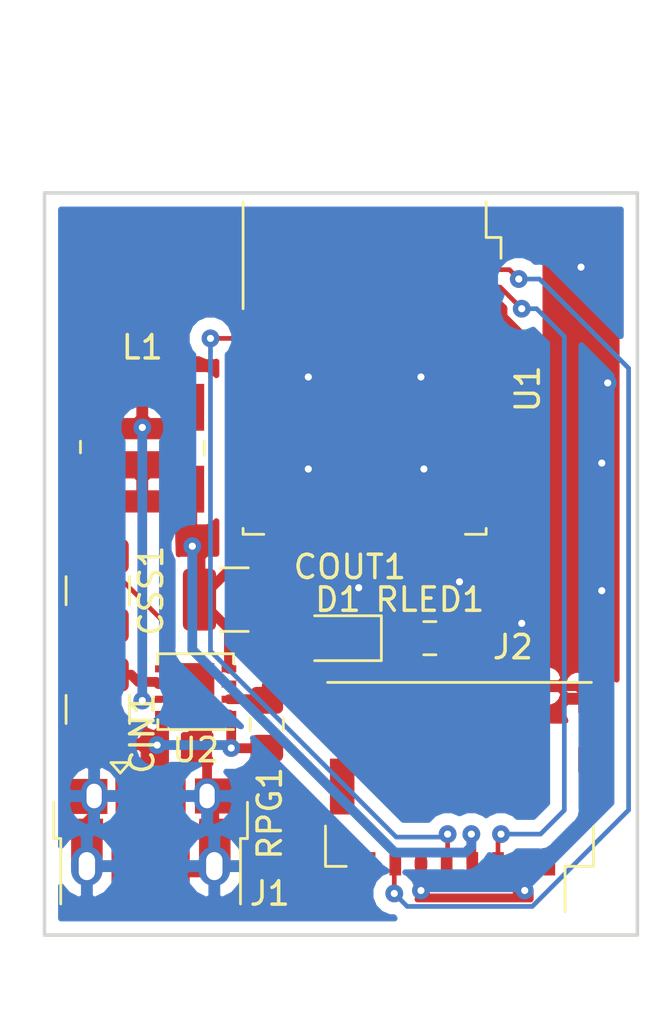
<source format=kicad_pcb>
(kicad_pcb (version 20171130) (host pcbnew "(5.0.2)-1")

  (general
    (thickness 1.6)
    (drawings 4)
    (tracks 137)
    (zones 0)
    (modules 11)
    (nets 47)
  )

  (page A4)
  (layers
    (0 F.Cu signal)
    (31 B.Cu signal)
    (32 B.Adhes user)
    (33 F.Adhes user)
    (34 B.Paste user)
    (35 F.Paste user)
    (36 B.SilkS user)
    (37 F.SilkS user)
    (38 B.Mask user)
    (39 F.Mask user)
    (40 Dwgs.User user)
    (41 Cmts.User user)
    (42 Eco1.User user)
    (43 Eco2.User user)
    (44 Edge.Cuts user)
    (45 Margin user)
    (46 B.CrtYd user)
    (47 F.CrtYd user)
    (48 B.Fab user)
    (49 F.Fab user)
  )

  (setup
    (last_trace_width 0.2)
    (trace_clearance 0.2)
    (zone_clearance 0.508)
    (zone_45_only no)
    (trace_min 0.2)
    (segment_width 0.2)
    (edge_width 0.15)
    (via_size 0.762)
    (via_drill 0.3048)
    (via_min_size 0.4)
    (via_min_drill 0.3)
    (uvia_size 0.3)
    (uvia_drill 0.1)
    (uvias_allowed no)
    (uvia_min_size 0.2)
    (uvia_min_drill 0.1)
    (pcb_text_width 0.3)
    (pcb_text_size 1.5 1.5)
    (mod_edge_width 0.15)
    (mod_text_size 1 1)
    (mod_text_width 0.15)
    (pad_size 1.524 1.524)
    (pad_drill 0.762)
    (pad_to_mask_clearance 0.051)
    (solder_mask_min_width 0.25)
    (aux_axis_origin 0 0)
    (visible_elements 7FFFFFFF)
    (pcbplotparams
      (layerselection 0x010fc_ffffffff)
      (usegerberextensions false)
      (usegerberattributes false)
      (usegerberadvancedattributes false)
      (creategerberjobfile false)
      (excludeedgelayer true)
      (linewidth 0.100000)
      (plotframeref false)
      (viasonmask false)
      (mode 1)
      (useauxorigin false)
      (hpglpennumber 1)
      (hpglpenspeed 20)
      (hpglpendiameter 15.000000)
      (psnegative false)
      (psa4output false)
      (plotreference true)
      (plotvalue true)
      (plotinvisibletext false)
      (padsonsilk false)
      (subtractmaskfromsilk false)
      (outputformat 1)
      (mirror false)
      (drillshape 0)
      (scaleselection 1)
      (outputdirectory ""))
  )

  (net 0 "")
  (net 1 "Net-(J2-Pad8)")
  (net 2 /MISO)
  (net 3 GND)
  (net 4 /3.3V)
  (net 5 /MOSI)
  (net 6 "Net-(J2-Pad1)")
  (net 7 "Net-(J2-Pad9)")
  (net 8 "Net-(U1-Pad37)")
  (net 9 "Net-(U1-Pad36)")
  (net 10 "Net-(U1-Pad35)")
  (net 11 "Net-(U1-Pad34)")
  (net 12 "Net-(U1-Pad33)")
  (net 13 "Net-(U1-Pad32)")
  (net 14 "Net-(U1-Pad31)")
  (net 15 "Net-(U1-Pad30)")
  (net 16 "Net-(U1-Pad29)")
  (net 17 "Net-(U1-Pad28)")
  (net 18 "Net-(U1-Pad25)")
  (net 19 "Net-(U1-Pad24)")
  (net 20 "Net-(U1-Pad23)")
  (net 21 "Net-(U1-Pad22)")
  (net 22 "Net-(U1-Pad21)")
  (net 23 "Net-(U1-Pad20)")
  (net 24 "Net-(U1-Pad19)")
  (net 25 "Net-(U1-Pad18)")
  (net 26 "Net-(U1-Pad17)")
  (net 27 "Net-(U1-Pad15)")
  (net 28 "Net-(U1-Pad14)")
  (net 29 "Net-(U1-Pad13)")
  (net 30 "Net-(U1-Pad12)")
  (net 31 "Net-(U1-Pad11)")
  (net 32 "Net-(U1-Pad10)")
  (net 33 "Net-(U1-Pad9)")
  (net 34 "Net-(U1-Pad8)")
  (net 35 "Net-(U1-Pad7)")
  (net 36 "Net-(U1-Pad6)")
  (net 37 "Net-(U1-Pad5)")
  (net 38 /5V)
  (net 39 "Net-(U2-Pad3)")
  (net 40 /PGOOD)
  (net 41 "Net-(D1-Pad1)")
  (net 42 "Net-(J1-Pad2)")
  (net 43 "Net-(J1-Pad4)")
  (net 44 /SCLK)
  (net 45 /SW)
  (net 46 /SS)

  (net_class Default "This is the default net class."
    (clearance 0.2)
    (trace_width 0.2)
    (via_dia 0.762)
    (via_drill 0.3048)
    (uvia_dia 0.3)
    (uvia_drill 0.1)
    (add_net /MISO)
    (add_net /MOSI)
    (add_net /SCLK)
    (add_net /SS)
    (add_net "Net-(D1-Pad1)")
    (add_net "Net-(J1-Pad2)")
    (add_net "Net-(J1-Pad4)")
    (add_net "Net-(J2-Pad1)")
    (add_net "Net-(J2-Pad8)")
    (add_net "Net-(J2-Pad9)")
    (add_net "Net-(U1-Pad10)")
    (add_net "Net-(U1-Pad11)")
    (add_net "Net-(U1-Pad12)")
    (add_net "Net-(U1-Pad13)")
    (add_net "Net-(U1-Pad14)")
    (add_net "Net-(U1-Pad15)")
    (add_net "Net-(U1-Pad17)")
    (add_net "Net-(U1-Pad18)")
    (add_net "Net-(U1-Pad19)")
    (add_net "Net-(U1-Pad20)")
    (add_net "Net-(U1-Pad21)")
    (add_net "Net-(U1-Pad22)")
    (add_net "Net-(U1-Pad23)")
    (add_net "Net-(U1-Pad24)")
    (add_net "Net-(U1-Pad25)")
    (add_net "Net-(U1-Pad28)")
    (add_net "Net-(U1-Pad29)")
    (add_net "Net-(U1-Pad30)")
    (add_net "Net-(U1-Pad31)")
    (add_net "Net-(U1-Pad32)")
    (add_net "Net-(U1-Pad33)")
    (add_net "Net-(U1-Pad34)")
    (add_net "Net-(U1-Pad35)")
    (add_net "Net-(U1-Pad36)")
    (add_net "Net-(U1-Pad37)")
    (add_net "Net-(U1-Pad5)")
    (add_net "Net-(U1-Pad6)")
    (add_net "Net-(U1-Pad7)")
    (add_net "Net-(U1-Pad8)")
    (add_net "Net-(U1-Pad9)")
    (add_net "Net-(U2-Pad3)")
  )

  (net_class Power ""
    (clearance 0.2)
    (trace_width 0.418028)
    (via_dia 0.762)
    (via_drill 0.3048)
    (uvia_dia 0.3)
    (uvia_drill 0.1)
    (add_net /3.3V)
    (add_net /5V)
    (add_net /PGOOD)
    (add_net /SW)
    (add_net GND)
  )

  (module ee198_final_project:Molex_08-1051620001 (layer F.Cu) (tedit 5C9CFC56) (tstamp 5CF44E0E)
    (at 144.78 73.152)
    (descr "Molex CLIK-Mate series connector, 502494-0870 (http://www.molex.com/pdm_docs/sd/5024940270_sd.pdf), generated with kicad-footprint-generator")
    (tags "connector Molex CLIK-Mate top entry")
    (path /5C9C5FB1)
    (attr smd)
    (fp_text reference J2 (at 2.286 -9.271) (layer F.SilkS)
      (effects (font (size 1 1) (thickness 0.15)))
    )
    (fp_text value Micro_SD_Card_Det (at 0 3.25) (layer F.Fab)
      (effects (font (size 1 1) (thickness 0.15)))
    )
    (fp_line (start 5.65 0) (end -5.65 0) (layer F.Fab) (width 0.1))
    (fp_line (start 5.7412 -1.59) (end 5.7412 0.11) (layer F.SilkS) (width 0.12))
    (fp_line (start 5.7412 0.11) (end 4.5212 0.11) (layer F.SilkS) (width 0.12))
    (fp_line (start 4.5212 0.1016) (end 4.5212 2.0416) (layer F.SilkS) (width 0.12))
    (fp_line (start -5.7412 -1.6154) (end -5.7412 0.0846) (layer F.SilkS) (width 0.12))
    (fp_line (start -5.7412 0.11) (end -4.8514 0.11) (layer F.SilkS) (width 0.12))
    (fp_line (start 5.65 -7.76) (end -5.65 -7.76) (layer F.SilkS) (width 0.12))
    (fp_line (start 5.65 -7.6) (end 5.65 0) (layer F.Fab) (width 0.1))
    (fp_line (start 5.65 -7.6) (end -5.65 -7.6) (layer F.Fab) (width 0.1))
    (fp_line (start -5.65 -7.6) (end -5.65 0) (layer F.Fab) (width 0.1))
    (fp_line (start 7 2.5) (end 7 -8.5) (layer F.CrtYd) (width 0.05))
    (fp_line (start -7 2.5) (end 7 2.5) (layer F.CrtYd) (width 0.05))
    (fp_line (start -7 -8.5) (end -7 2.5) (layer F.CrtYd) (width 0.05))
    (fp_line (start 7 -8.5) (end -7 -8.5) (layer F.CrtYd) (width 0.05))
    (fp_line (start 5.3918 -0.0254) (end 4.8918 -0.732507) (layer F.Fab) (width 0.1))
    (fp_line (start 4.8918 -0.732507) (end 4.3918 -0.0254) (layer F.Fab) (width 0.1))
    (fp_text user %R (at 0 -2.18 180) (layer F.Fab)
      (effects (font (size 1 1) (thickness 0.15)))
    )
    (pad 8 smd rect (at -3.85 0) (size 0.5 1) (layers F.Cu F.Paste F.Mask)
      (net 1 "Net-(J2-Pad8)"))
    (pad 7 smd rect (at -2.75 0) (size 0.5 1) (layers F.Cu F.Paste F.Mask)
      (net 2 /MISO))
    (pad 6 smd rect (at -1.65 0) (size 0.5 1) (layers F.Cu F.Paste F.Mask)
      (net 3 GND))
    (pad 5 smd rect (at -0.55 0) (size 0.5 1) (layers F.Cu F.Paste F.Mask)
      (net 44 /SCLK))
    (pad 4 smd rect (at 0.55 0) (size 0.5 1) (layers F.Cu F.Paste F.Mask)
      (net 4 /3.3V))
    (pad 3 smd rect (at 1.65 0) (size 0.5 1) (layers F.Cu F.Paste F.Mask)
      (net 5 /MOSI))
    (pad 2 smd rect (at 2.75 0) (size 0.5 1) (layers F.Cu F.Paste F.Mask)
      (net 3 GND))
    (pad 1 smd rect (at 3.85 0) (size 0.5 1) (layers F.Cu F.Paste F.Mask)
      (net 6 "Net-(J2-Pad1)"))
    (pad 9 smd rect (at 5.61 -3.18) (size 0.72 0.78) (layers F.Cu F.Paste F.Mask)
      (net 7 "Net-(J2-Pad9)"))
    (pad 10 smd rect (at 5.61 -4.45) (size 1.05 1.08) (layers F.Cu F.Paste F.Mask)
      (net 3 GND))
    (pad 10 smd rect (at 5.61 -7.06) (size 1.05 1.2) (layers F.Cu F.Paste F.Mask)
      (net 3 GND))
    (pad 10 smd rect (at -5.025 -3.305) (size 1.05 2.39) (layers F.Cu F.Paste F.Mask)
      (net 3 GND))
    (pad 10 smd rect (at -5.025 -6.49) (size 1.05 1.2) (layers F.Cu F.Paste F.Mask)
      (net 3 GND))
    (pad 10 smd rect (at -1.845 -7.6) (size 2.91 0.55) (layers F.Cu F.Paste F.Mask)
      (net 3 GND))
    (pad 10 smd rect (at 2.345 -7.6) (size 2.91 0.55) (layers F.Cu F.Paste F.Mask)
      (net 3 GND))
    (pad "" smd rect (at 0.3048 -4.1148) (size 7.7 3.5) (layers F.Paste F.Mask))
    (model ${KISYS3DMOD}/Connector_Molex.3dshapes/Molex_CLIK-Mate_502494-0870_1x08-1MP_P2.00mm_Horizontal.wrl
      (at (xyz 0 0 0))
      (scale (xyz 1 1 1))
      (rotate (xyz 0 0 0))
    )
  )

  (module Connector_USB:USB_Micro-B_Amphenol_10103594-0001LF_Horizontal (layer F.Cu) (tedit 5A1DC0BD) (tstamp 5CF457AE)
    (at 131.572 72.136)
    (descr "Micro USB Type B 10103594-0001LF, http://cdn.amphenol-icc.com/media/wysiwyg/files/drawing/10103594.pdf")
    (tags "USB USB_B USB_micro USB_OTG")
    (path /5C9C5B58)
    (attr smd)
    (fp_text reference J1 (at 5.08 2.286) (layer F.SilkS)
      (effects (font (size 1 1) (thickness 0.15)))
    )
    (fp_text value USB_B_Micro (at -0.025 4.435) (layer F.Fab)
      (effects (font (size 1 1) (thickness 0.15)))
    )
    (fp_text user "PCB edge" (at -0.025 2.235) (layer Dwgs.User)
      (effects (font (size 0.5 0.5) (thickness 0.075)))
    )
    (fp_text user %R (at -0.025 -0.015) (layer F.Fab)
      (effects (font (size 1 1) (thickness 0.15)))
    )
    (fp_line (start -4.175 -0.065) (end -4.175 -1.615) (layer F.SilkS) (width 0.12))
    (fp_line (start -4.175 -0.065) (end -3.875 -0.065) (layer F.SilkS) (width 0.12))
    (fp_line (start -3.875 2.735) (end -3.875 -0.065) (layer F.SilkS) (width 0.12))
    (fp_line (start 4.125 -0.065) (end 4.125 -1.615) (layer F.SilkS) (width 0.12))
    (fp_line (start 3.825 -0.065) (end 4.125 -0.065) (layer F.SilkS) (width 0.12))
    (fp_line (start 3.825 2.735) (end 3.825 -0.065) (layer F.SilkS) (width 0.12))
    (fp_line (start -0.925 -3.315) (end -1.325 -2.865) (layer F.SilkS) (width 0.12))
    (fp_line (start -1.725 -3.315) (end -0.925 -3.315) (layer F.SilkS) (width 0.12))
    (fp_line (start -1.325 -2.865) (end -1.725 -3.315) (layer F.SilkS) (width 0.12))
    (fp_line (start -3.775 -0.865) (end -2.975 -1.615) (layer F.Fab) (width 0.12))
    (fp_line (start 3.725 3.335) (end -3.775 3.335) (layer F.Fab) (width 0.12))
    (fp_line (start 3.725 -1.615) (end 3.725 3.335) (layer F.Fab) (width 0.12))
    (fp_line (start -2.975 -1.615) (end 3.725 -1.615) (layer F.Fab) (width 0.12))
    (fp_line (start -3.775 3.335) (end -3.775 -0.865) (layer F.Fab) (width 0.12))
    (fp_line (start -4.025 2.835) (end 3.975 2.835) (layer Dwgs.User) (width 0.1))
    (fp_line (start -4.13 -2.88) (end 4.14 -2.88) (layer F.CrtYd) (width 0.05))
    (fp_line (start -4.13 -2.88) (end -4.13 3.58) (layer F.CrtYd) (width 0.05))
    (fp_line (start 4.14 3.58) (end 4.14 -2.88) (layer F.CrtYd) (width 0.05))
    (fp_line (start 4.14 3.58) (end -4.13 3.58) (layer F.CrtYd) (width 0.05))
    (pad 6 smd rect (at 2.725 0.185) (size 1.35 2) (layers F.Cu F.Paste F.Mask)
      (net 3 GND))
    (pad 6 smd rect (at -2.755 0.185) (size 1.35 2) (layers F.Cu F.Paste F.Mask)
      (net 3 GND))
    (pad 6 smd rect (at -2.975 -0.565) (size 1.825 0.7) (layers F.Cu F.Paste F.Mask)
      (net 3 GND))
    (pad 6 smd rect (at 2.975 -0.565) (size 1.825 0.7) (layers F.Cu F.Paste F.Mask)
      (net 3 GND))
    (pad 6 smd rect (at -2.875 -1.865) (size 2 1.5) (layers F.Cu F.Paste F.Mask)
      (net 3 GND))
    (pad 6 smd rect (at 2.875 -1.885) (size 2 1.5) (layers F.Cu F.Paste F.Mask)
      (net 3 GND))
    (pad 1 smd rect (at -1.325 -1.765 90) (size 1.65 0.4) (layers F.Cu F.Paste F.Mask)
      (net 38 /5V))
    (pad 2 smd rect (at -0.675 -1.765 90) (size 1.65 0.4) (layers F.Cu F.Paste F.Mask)
      (net 42 "Net-(J1-Pad2)"))
    (pad 3 smd rect (at -0.025 -1.765 90) (size 1.65 0.4) (layers F.Cu F.Paste F.Mask)
      (net 42 "Net-(J1-Pad2)"))
    (pad 4 smd rect (at 0.625 -1.765 90) (size 1.65 0.4) (layers F.Cu F.Paste F.Mask)
      (net 43 "Net-(J1-Pad4)"))
    (pad 5 smd rect (at 1.275 -1.765 90) (size 1.65 0.4) (layers F.Cu F.Paste F.Mask)
      (net 3 GND))
    (pad 6 thru_hole oval (at -2.445 -1.885 90) (size 1.5 1.1) (drill oval 1.05 0.65) (layers *.Cu *.Mask)
      (net 3 GND))
    (pad 6 thru_hole oval (at 2.395 -1.885 90) (size 1.5 1.1) (drill oval 1.05 0.65) (layers *.Cu *.Mask)
      (net 3 GND))
    (pad 6 thru_hole oval (at -2.755 1.115 90) (size 1.7 1.35) (drill oval 1.2 0.7) (layers *.Cu *.Mask)
      (net 3 GND))
    (pad 6 thru_hole oval (at 2.705 1.115 90) (size 1.7 1.35) (drill oval 1.2 0.7) (layers *.Cu *.Mask)
      (net 3 GND))
    (pad 6 smd rect (at -0.985 1.385 90) (size 2.5 1.43) (layers F.Cu F.Paste F.Mask)
      (net 3 GND))
    (pad 6 smd rect (at 0.935 1.385 90) (size 2.5 1.43) (layers F.Cu F.Paste F.Mask)
      (net 3 GND))
    (model ${KISYS3DMOD}/Connector_USB.3dshapes/USB_Micro-B_Amphenol_10103594-0001LF_Horizontal.wrl
      (at (xyz 0 0 0))
      (scale (xyz 1 1 1))
      (rotate (xyz 0 0 0))
    )
  )

  (module LED_SMD:LED_0805_2012Metric_Pad1.15x1.40mm_HandSolder (layer F.Cu) (tedit 5B4B45C9) (tstamp 5CF45EF2)
    (at 139.573 63.5 180)
    (descr "LED SMD 0805 (2012 Metric), square (rectangular) end terminal, IPC_7351 nominal, (Body size source: https://docs.google.com/spreadsheets/d/1BsfQQcO9C6DZCsRaXUlFlo91Tg2WpOkGARC1WS5S8t0/edit?usp=sharing), generated with kicad-footprint-generator")
    (tags "LED handsolder")
    (path /5C9E6E35)
    (attr smd)
    (fp_text reference D1 (at 0 1.651 180) (layer F.SilkS)
      (effects (font (size 1 1) (thickness 0.15)))
    )
    (fp_text value LED (at 0 1.65 180) (layer F.Fab)
      (effects (font (size 1 1) (thickness 0.15)))
    )
    (fp_line (start 1 -0.6) (end -0.7 -0.6) (layer F.Fab) (width 0.1))
    (fp_line (start -0.7 -0.6) (end -1 -0.3) (layer F.Fab) (width 0.1))
    (fp_line (start -1 -0.3) (end -1 0.6) (layer F.Fab) (width 0.1))
    (fp_line (start -1 0.6) (end 1 0.6) (layer F.Fab) (width 0.1))
    (fp_line (start 1 0.6) (end 1 -0.6) (layer F.Fab) (width 0.1))
    (fp_line (start 1 -0.96) (end -1.86 -0.96) (layer F.SilkS) (width 0.12))
    (fp_line (start -1.86 -0.96) (end -1.86 0.96) (layer F.SilkS) (width 0.12))
    (fp_line (start -1.86 0.96) (end 1 0.96) (layer F.SilkS) (width 0.12))
    (fp_line (start -1.85 0.95) (end -1.85 -0.95) (layer F.CrtYd) (width 0.05))
    (fp_line (start -1.85 -0.95) (end 1.85 -0.95) (layer F.CrtYd) (width 0.05))
    (fp_line (start 1.85 -0.95) (end 1.85 0.95) (layer F.CrtYd) (width 0.05))
    (fp_line (start 1.85 0.95) (end -1.85 0.95) (layer F.CrtYd) (width 0.05))
    (fp_text user %R (at 0 0 180) (layer F.Fab)
      (effects (font (size 0.5 0.5) (thickness 0.08)))
    )
    (pad 1 smd roundrect (at -1.025 0 180) (size 1.15 1.4) (layers F.Cu F.Paste F.Mask) (roundrect_rratio 0.217391)
      (net 41 "Net-(D1-Pad1)"))
    (pad 2 smd roundrect (at 1.025 0 180) (size 1.15 1.4) (layers F.Cu F.Paste F.Mask) (roundrect_rratio 0.217391)
      (net 40 /PGOOD))
    (model ${KISYS3DMOD}/LED_SMD.3dshapes/LED_0805_2012Metric.wrl
      (at (xyz 0 0 0))
      (scale (xyz 1 1 1))
      (rotate (xyz 0 0 0))
    )
  )

  (module Resistor_SMD:R_0805_2012Metric_Pad1.15x1.40mm_HandSolder (layer F.Cu) (tedit 5B36C52B) (tstamp 5CF46E34)
    (at 136.525 67.183 90)
    (descr "Resistor SMD 0805 (2012 Metric), square (rectangular) end terminal, IPC_7351 nominal with elongated pad for handsoldering. (Body size source: https://docs.google.com/spreadsheets/d/1BsfQQcO9C6DZCsRaXUlFlo91Tg2WpOkGARC1WS5S8t0/edit?usp=sharing), generated with kicad-footprint-generator")
    (tags "resistor handsolder")
    (path /5C9DC136)
    (attr smd)
    (fp_text reference RPG1 (at -3.81 0.127 90) (layer F.SilkS)
      (effects (font (size 1 1) (thickness 0.15)))
    )
    (fp_text value 1k (at 0 1.65 90) (layer F.Fab)
      (effects (font (size 1 1) (thickness 0.15)))
    )
    (fp_text user %R (at 0 0 90) (layer F.Fab)
      (effects (font (size 0.5 0.5) (thickness 0.08)))
    )
    (fp_line (start 1.85 0.95) (end -1.85 0.95) (layer F.CrtYd) (width 0.05))
    (fp_line (start 1.85 -0.95) (end 1.85 0.95) (layer F.CrtYd) (width 0.05))
    (fp_line (start -1.85 -0.95) (end 1.85 -0.95) (layer F.CrtYd) (width 0.05))
    (fp_line (start -1.85 0.95) (end -1.85 -0.95) (layer F.CrtYd) (width 0.05))
    (fp_line (start -0.261252 0.71) (end 0.261252 0.71) (layer F.SilkS) (width 0.12))
    (fp_line (start -0.261252 -0.71) (end 0.261252 -0.71) (layer F.SilkS) (width 0.12))
    (fp_line (start 1 0.6) (end -1 0.6) (layer F.Fab) (width 0.1))
    (fp_line (start 1 -0.6) (end 1 0.6) (layer F.Fab) (width 0.1))
    (fp_line (start -1 -0.6) (end 1 -0.6) (layer F.Fab) (width 0.1))
    (fp_line (start -1 0.6) (end -1 -0.6) (layer F.Fab) (width 0.1))
    (pad 2 smd roundrect (at 1.025 0 90) (size 1.15 1.4) (layers F.Cu F.Paste F.Mask) (roundrect_rratio 0.217391)
      (net 40 /PGOOD))
    (pad 1 smd roundrect (at -1.025 0 90) (size 1.15 1.4) (layers F.Cu F.Paste F.Mask) (roundrect_rratio 0.217391)
      (net 38 /5V))
    (model ${KISYS3DMOD}/Resistor_SMD.3dshapes/R_0805_2012Metric.wrl
      (at (xyz 0 0 0))
      (scale (xyz 1 1 1))
      (rotate (xyz 0 0 0))
    )
  )

  (module Resistor_SMD:R_0805_2012Metric_Pad1.15x1.40mm_HandSolder (layer F.Cu) (tedit 5B36C52B) (tstamp 5CF44EC4)
    (at 143.51 63.5)
    (descr "Resistor SMD 0805 (2012 Metric), square (rectangular) end terminal, IPC_7351 nominal with elongated pad for handsoldering. (Body size source: https://docs.google.com/spreadsheets/d/1BsfQQcO9C6DZCsRaXUlFlo91Tg2WpOkGARC1WS5S8t0/edit?usp=sharing), generated with kicad-footprint-generator")
    (tags "resistor handsolder")
    (path /5C9E6F44)
    (attr smd)
    (fp_text reference RLED1 (at 0 -1.65) (layer F.SilkS)
      (effects (font (size 1 1) (thickness 0.15)))
    )
    (fp_text value 1k (at 0 1.65) (layer F.Fab)
      (effects (font (size 1 1) (thickness 0.15)))
    )
    (fp_line (start -1 0.6) (end -1 -0.6) (layer F.Fab) (width 0.1))
    (fp_line (start -1 -0.6) (end 1 -0.6) (layer F.Fab) (width 0.1))
    (fp_line (start 1 -0.6) (end 1 0.6) (layer F.Fab) (width 0.1))
    (fp_line (start 1 0.6) (end -1 0.6) (layer F.Fab) (width 0.1))
    (fp_line (start -0.261252 -0.71) (end 0.261252 -0.71) (layer F.SilkS) (width 0.12))
    (fp_line (start -0.261252 0.71) (end 0.261252 0.71) (layer F.SilkS) (width 0.12))
    (fp_line (start -1.85 0.95) (end -1.85 -0.95) (layer F.CrtYd) (width 0.05))
    (fp_line (start -1.85 -0.95) (end 1.85 -0.95) (layer F.CrtYd) (width 0.05))
    (fp_line (start 1.85 -0.95) (end 1.85 0.95) (layer F.CrtYd) (width 0.05))
    (fp_line (start 1.85 0.95) (end -1.85 0.95) (layer F.CrtYd) (width 0.05))
    (fp_text user %R (at 0 0) (layer F.Fab)
      (effects (font (size 0.5 0.5) (thickness 0.08)))
    )
    (pad 1 smd roundrect (at -1.025 0) (size 1.15 1.4) (layers F.Cu F.Paste F.Mask) (roundrect_rratio 0.217391)
      (net 41 "Net-(D1-Pad1)"))
    (pad 2 smd roundrect (at 1.025 0) (size 1.15 1.4) (layers F.Cu F.Paste F.Mask) (roundrect_rratio 0.217391)
      (net 3 GND))
    (model ${KISYS3DMOD}/Resistor_SMD.3dshapes/R_0805_2012Metric.wrl
      (at (xyz 0 0 0))
      (scale (xyz 1 1 1))
      (rotate (xyz 0 0 0))
    )
  )

  (module Resistor_SMD:R_1210_3225Metric_Pad1.42x2.65mm_HandSolder (layer F.Cu) (tedit 5B301BBD) (tstamp 5CF46CF4)
    (at 129.286 61.468 270)
    (descr "Resistor SMD 1210 (3225 Metric), square (rectangular) end terminal, IPC_7351 nominal with elongated pad for handsoldering. (Body size source: http://www.tortai-tech.com/upload/download/2011102023233369053.pdf), generated with kicad-footprint-generator")
    (tags "resistor handsolder")
    (path /5C9DB824)
    (attr smd)
    (fp_text reference CSS1 (at 0 -2.28 270) (layer F.SilkS)
      (effects (font (size 1 1) (thickness 0.15)))
    )
    (fp_text value 10u (at 0 2.28 270) (layer F.Fab)
      (effects (font (size 1 1) (thickness 0.15)))
    )
    (fp_line (start -1.6 1.25) (end -1.6 -1.25) (layer F.Fab) (width 0.1))
    (fp_line (start -1.6 -1.25) (end 1.6 -1.25) (layer F.Fab) (width 0.1))
    (fp_line (start 1.6 -1.25) (end 1.6 1.25) (layer F.Fab) (width 0.1))
    (fp_line (start 1.6 1.25) (end -1.6 1.25) (layer F.Fab) (width 0.1))
    (fp_line (start -0.602064 -1.36) (end 0.602064 -1.36) (layer F.SilkS) (width 0.12))
    (fp_line (start -0.602064 1.36) (end 0.602064 1.36) (layer F.SilkS) (width 0.12))
    (fp_line (start -2.45 1.58) (end -2.45 -1.58) (layer F.CrtYd) (width 0.05))
    (fp_line (start -2.45 -1.58) (end 2.45 -1.58) (layer F.CrtYd) (width 0.05))
    (fp_line (start 2.45 -1.58) (end 2.45 1.58) (layer F.CrtYd) (width 0.05))
    (fp_line (start 2.45 1.58) (end -2.45 1.58) (layer F.CrtYd) (width 0.05))
    (fp_text user %R (at 0 0 270) (layer F.Fab)
      (effects (font (size 0.8 0.8) (thickness 0.12)))
    )
    (pad 1 smd roundrect (at -1.4875 0 270) (size 1.425 2.65) (layers F.Cu F.Paste F.Mask) (roundrect_rratio 0.175439)
      (net 46 /SS))
    (pad 2 smd roundrect (at 1.4875 0 270) (size 1.425 2.65) (layers F.Cu F.Paste F.Mask) (roundrect_rratio 0.175439)
      (net 3 GND))
    (model ${KISYS3DMOD}/Resistor_SMD.3dshapes/R_1210_3225Metric.wrl
      (at (xyz 0 0 0))
      (scale (xyz 1 1 1))
      (rotate (xyz 0 0 0))
    )
  )

  (module Resistor_SMD:R_1210_3225Metric_Pad1.42x2.65mm_HandSolder (layer F.Cu) (tedit 5B301BBD) (tstamp 5CF44EA2)
    (at 135.128 61.849)
    (descr "Resistor SMD 1210 (3225 Metric), square (rectangular) end terminal, IPC_7351 nominal with elongated pad for handsoldering. (Body size source: http://www.tortai-tech.com/upload/download/2011102023233369053.pdf), generated with kicad-footprint-generator")
    (tags "resistor handsolder")
    (path /5C9DE98E)
    (attr smd)
    (fp_text reference COUT1 (at 4.953 -1.397) (layer F.SilkS)
      (effects (font (size 1 1) (thickness 0.15)))
    )
    (fp_text value 10u (at 0 2.28) (layer F.Fab)
      (effects (font (size 1 1) (thickness 0.15)))
    )
    (fp_text user %R (at 0 0) (layer F.Fab)
      (effects (font (size 0.8 0.8) (thickness 0.12)))
    )
    (fp_line (start 2.45 1.58) (end -2.45 1.58) (layer F.CrtYd) (width 0.05))
    (fp_line (start 2.45 -1.58) (end 2.45 1.58) (layer F.CrtYd) (width 0.05))
    (fp_line (start -2.45 -1.58) (end 2.45 -1.58) (layer F.CrtYd) (width 0.05))
    (fp_line (start -2.45 1.58) (end -2.45 -1.58) (layer F.CrtYd) (width 0.05))
    (fp_line (start -0.602064 1.36) (end 0.602064 1.36) (layer F.SilkS) (width 0.12))
    (fp_line (start -0.602064 -1.36) (end 0.602064 -1.36) (layer F.SilkS) (width 0.12))
    (fp_line (start 1.6 1.25) (end -1.6 1.25) (layer F.Fab) (width 0.1))
    (fp_line (start 1.6 -1.25) (end 1.6 1.25) (layer F.Fab) (width 0.1))
    (fp_line (start -1.6 -1.25) (end 1.6 -1.25) (layer F.Fab) (width 0.1))
    (fp_line (start -1.6 1.25) (end -1.6 -1.25) (layer F.Fab) (width 0.1))
    (pad 2 smd roundrect (at 1.4875 0) (size 1.425 2.65) (layers F.Cu F.Paste F.Mask) (roundrect_rratio 0.175439)
      (net 3 GND))
    (pad 1 smd roundrect (at -1.4875 0) (size 1.425 2.65) (layers F.Cu F.Paste F.Mask) (roundrect_rratio 0.175439)
      (net 4 /3.3V))
    (model ${KISYS3DMOD}/Resistor_SMD.3dshapes/R_1210_3225Metric.wrl
      (at (xyz 0 0 0))
      (scale (xyz 1 1 1))
      (rotate (xyz 0 0 0))
    )
  )

  (module Resistor_SMD:R_1210_3225Metric_Pad1.42x2.65mm_HandSolder (layer F.Cu) (tedit 5B301BBD) (tstamp 5CF44E91)
    (at 129.286 66.548 90)
    (descr "Resistor SMD 1210 (3225 Metric), square (rectangular) end terminal, IPC_7351 nominal with elongated pad for handsoldering. (Body size source: http://www.tortai-tech.com/upload/download/2011102023233369053.pdf), generated with kicad-footprint-generator")
    (tags "resistor handsolder")
    (path /5C9DEA01)
    (attr smd)
    (fp_text reference CIN1 (at -1.016 1.905 90) (layer F.SilkS)
      (effects (font (size 1 1) (thickness 0.15)))
    )
    (fp_text value 10u (at 0 2.28 90) (layer F.Fab)
      (effects (font (size 1 1) (thickness 0.15)))
    )
    (fp_line (start -1.6 1.25) (end -1.6 -1.25) (layer F.Fab) (width 0.1))
    (fp_line (start -1.6 -1.25) (end 1.6 -1.25) (layer F.Fab) (width 0.1))
    (fp_line (start 1.6 -1.25) (end 1.6 1.25) (layer F.Fab) (width 0.1))
    (fp_line (start 1.6 1.25) (end -1.6 1.25) (layer F.Fab) (width 0.1))
    (fp_line (start -0.602064 -1.36) (end 0.602064 -1.36) (layer F.SilkS) (width 0.12))
    (fp_line (start -0.602064 1.36) (end 0.602064 1.36) (layer F.SilkS) (width 0.12))
    (fp_line (start -2.45 1.58) (end -2.45 -1.58) (layer F.CrtYd) (width 0.05))
    (fp_line (start -2.45 -1.58) (end 2.45 -1.58) (layer F.CrtYd) (width 0.05))
    (fp_line (start 2.45 -1.58) (end 2.45 1.58) (layer F.CrtYd) (width 0.05))
    (fp_line (start 2.45 1.58) (end -2.45 1.58) (layer F.CrtYd) (width 0.05))
    (fp_text user %R (at 0 0 90) (layer F.Fab)
      (effects (font (size 0.8 0.8) (thickness 0.12)))
    )
    (pad 1 smd roundrect (at -1.4875 0 90) (size 1.425 2.65) (layers F.Cu F.Paste F.Mask) (roundrect_rratio 0.175439)
      (net 38 /5V))
    (pad 2 smd roundrect (at 1.4875 0 90) (size 1.425 2.65) (layers F.Cu F.Paste F.Mask) (roundrect_rratio 0.175439)
      (net 3 GND))
    (model ${KISYS3DMOD}/Resistor_SMD.3dshapes/R_1210_3225Metric.wrl
      (at (xyz 0 0 0))
      (scale (xyz 1 1 1))
      (rotate (xyz 0 0 0))
    )
  )

  (module ee198_final_project:Analog_LFCSP-8-1EP_3x3mm_P0.5mm_EP1.53x1.85mm (layer F.Cu) (tedit 5C9CA0F6) (tstamp 5CF45F83)
    (at 133.477 65.786 180)
    (descr "LFCSP, exposed pad, Analog Devices (http://www.analog.com/media/en/technical-documentation/data-sheets/ADL5542.pdf)")
    (tags "LFCSP 8 0.5")
    (path /5C9D81CE)
    (attr smd)
    (fp_text reference U2 (at 0 -2.5 180) (layer F.SilkS)
      (effects (font (size 1 1) (thickness 0.15)))
    )
    (fp_text value ADP2302ARDZ-3.3 (at 0 2.5 180) (layer F.Fab)
      (effects (font (size 1 1) (thickness 0.15)))
    )
    (fp_line (start -1.62 1.62) (end -1.62 1.2) (layer F.SilkS) (width 0.12))
    (fp_line (start 1.62 1.62) (end -1.62 1.62) (layer F.SilkS) (width 0.12))
    (fp_line (start 1.62 1.2) (end 1.62 1.62) (layer F.SilkS) (width 0.12))
    (fp_line (start 1.62 -1.62) (end 1.62 -1.2) (layer F.SilkS) (width 0.12))
    (fp_line (start 1.62 -1.62) (end -1.62 -1.62) (layer F.SilkS) (width 0.12))
    (fp_line (start -1 -1.5) (end 1.5 -1.5) (layer F.Fab) (width 0.1))
    (fp_line (start -1.5 -1) (end -1.5 1.5) (layer F.Fab) (width 0.1))
    (fp_line (start 1.5 1.5) (end -1.5 1.5) (layer F.Fab) (width 0.1))
    (fp_line (start 1.5 1.5) (end 1.5 -1.5) (layer F.Fab) (width 0.1))
    (fp_line (start -1.98 -1.75) (end 1.98 -1.75) (layer F.CrtYd) (width 0.05))
    (fp_line (start 1.98 -1.75) (end 1.98 1.75) (layer F.CrtYd) (width 0.05))
    (fp_line (start 1.98 1.75) (end -1.98 1.75) (layer F.CrtYd) (width 0.05))
    (fp_line (start -1.98 1.75) (end -1.98 -1.75) (layer F.CrtYd) (width 0.05))
    (fp_line (start -1 -1.5) (end -1.5 -1) (layer F.Fab) (width 0.1))
    (fp_text user %R (at 0 0) (layer F.Fab)
      (effects (font (size 0.7 0.7) (thickness 0.15)))
    )
    (pad 9 smd rect (at 0 0 180) (size 1.6 2.44) (layers F.Cu F.Mask)
      (net 3 GND))
    (pad 8 smd rect (at 1.425 -0.975 180) (size 0.63 0.3) (layers F.Cu F.Paste F.Mask)
      (net 38 /5V))
    (pad 5 smd rect (at 1.425 0.975 180) (size 0.63 0.3) (layers F.Cu F.Paste F.Mask)
      (net 46 /SS))
    (pad 4 smd rect (at -1.425 0.975 180) (size 0.63 0.3) (layers F.Cu F.Paste F.Mask)
      (net 4 /3.3V))
    (pad 6 smd rect (at 1.425 0.325 180) (size 0.63 0.3) (layers F.Cu F.Paste F.Mask)
      (net 3 GND))
    (pad 3 smd rect (at -1.425 0.325 180) (size 0.63 0.3) (layers F.Cu F.Paste F.Mask)
      (net 39 "Net-(U2-Pad3)"))
    (pad 7 smd rect (at 1.425 -0.325 180) (size 0.63 0.3) (layers F.Cu F.Paste F.Mask)
      (net 45 /SW))
    (pad 2 smd rect (at -1.425 -0.325 180) (size 0.63 0.3) (layers F.Cu F.Paste F.Mask)
      (net 40 /PGOOD))
    (pad 1 smd rect (at -1.425 -0.975 180) (size 0.63 0.3) (layers F.Cu F.Paste F.Mask)
      (net 38 /5V))
    (model ${KISYS3DMOD}/Package_CSP.3dshapes/LFCSP-8-1EP_3x3mm_P0.5mm_EP1.53x1.85mm.wrl
      (at (xyz 0 0 0))
      (scale (xyz 1 1 1))
      (rotate (xyz 0 0 0))
    )
  )

  (module ee198_final_project:L_Wuerth_WE-TPC-1919 (layer F.Cu) (tedit 5C9CCE96) (tstamp 5CF44E64)
    (at 131.191 55.372)
    (descr "Inductor, WE-TPC, Wuerth, SMD, http://katalog.we-online.de/pbs/datasheet/744031220.pdf")
    (tags "Inductor WE-TPC Wuerth SMD")
    (path /5C9DD444)
    (attr smd)
    (fp_text reference L1 (at 0 -4.318) (layer F.SilkS)
      (effects (font (size 1 1) (thickness 0.15)))
    )
    (fp_text value 100u (at 0 2.9) (layer F.Fab)
      (effects (font (size 1 1) (thickness 0.15)))
    )
    (fp_line (start -3.4 -3.4) (end -3.4 3.4) (layer F.CrtYd) (width 0.05))
    (fp_line (start -3.4 3.4) (end 3.4 3.4) (layer F.CrtYd) (width 0.05))
    (fp_line (start 3.4 3.4) (end 3.4 -3.4) (layer F.CrtYd) (width 0.05))
    (fp_line (start 3.4 -3.4) (end -3.4 -3.4) (layer F.CrtYd) (width 0.05))
    (fp_line (start 2.65 -0.3) (end 2.65 0.3) (layer F.SilkS) (width 0.12))
    (fp_line (start -2.65 -0.3) (end -2.65 0.2) (layer F.SilkS) (width 0.12))
    (fp_text user %R (at 0 0) (layer F.Fab)
      (effects (font (size 0.75 0.75) (thickness 0.1)))
    )
    (fp_line (start -2.55 -2.65) (end 2.55 -2.65) (layer F.Fab) (width 0.12))
    (fp_line (start 2.55 -2.65) (end 2.55 2.65) (layer F.Fab) (width 0.12))
    (fp_line (start 2.55 2.65) (end -2.55 2.65) (layer F.Fab) (width 0.12))
    (fp_line (start -2.55 2.65) (end -2.55 -2.65) (layer F.Fab) (width 0.12))
    (pad 1 smd rect (at 0 -2.275) (size 5.3 0.95) (layers F.Cu F.Paste F.Mask)
      (net 45 /SW))
    (pad 1 smd rect (at -2.143 -1.75) (size 1.014 2) (layers F.Cu F.Paste F.Mask)
      (net 45 /SW))
    (pad 2 smd rect (at 0 2.275) (size 5.3 0.95) (layers F.Cu F.Paste F.Mask)
      (net 4 /3.3V))
    (pad 1 smd rect (at 2.143 -1.75) (size 1.014 2) (layers F.Cu F.Paste F.Mask)
      (net 45 /SW))
    (pad 2 smd rect (at 2.143 1.75) (size 1.014 2) (layers F.Cu F.Paste F.Mask)
      (net 4 /3.3V))
    (pad 2 smd rect (at -2.143 1.75) (size 1.014 2) (layers F.Cu F.Paste F.Mask)
      (net 4 /3.3V))
    (pad 1 smd circle (at -1.636 -1.8) (size 0.632 0.632) (layers F.Cu F.Paste F.Mask)
      (net 45 /SW))
    (pad 1 smd circle (at 1.636 -1.8) (size 0.632 0.632) (layers F.Cu F.Paste F.Mask)
      (net 45 /SW))
    (pad 2 smd circle (at -1.636 1.8) (size 0.632 0.632) (layers F.Cu F.Paste F.Mask)
      (net 4 /3.3V))
    (pad 2 smd circle (at 1.636 1.8) (size 0.632 0.632) (layers F.Cu F.Paste F.Mask)
      (net 4 /3.3V))
    (model ${KISYS3DMOD}/Inductor_SMD.3dshapes/L_Wuerth_WE-TPC-3816.wrl
      (at (xyz 0 0 0))
      (scale (xyz 1 1 1))
      (rotate (xyz 0 0 0))
    )
  )

  (module ee198_final_project:Laird_BL651 (layer F.Cu) (tedit 5C9CA3AC) (tstamp 5CF44E4B)
    (at 140.716 52.832 270)
    (descr "Bluetooth v4.2 + NFC module")
    (tags "Bluetooth BLE NFC")
    (path /5C9CDF99)
    (attr smd)
    (fp_text reference U1 (at 0 -6.985 270) (layer F.SilkS)
      (effects (font (size 1 1) (thickness 0.15)))
    )
    (fp_text value BL652 (at 0 0 270) (layer F.Fab)
      (effects (font (size 1 1) (thickness 0.15)))
    )
    (fp_text user %R (at 0 -2.5 270) (layer F.Fab)
      (effects (font (size 1 1) (thickness 0.15)))
    )
    (fp_line (start -8.05 -5) (end -8.05 5) (layer F.Fab) (width 0.1))
    (fp_line (start -8.05 -5) (end 5.9 -5) (layer F.Fab) (width 0.1))
    (fp_line (start 5.95 -5) (end 5.95 5) (layer F.Fab) (width 0.1))
    (fp_line (start 5.95 5) (end -8.05 5) (layer F.Fab) (width 0.1))
    (fp_line (start 6.223 5.207) (end 6.223 4.318) (layer F.SilkS) (width 0.12))
    (fp_line (start 7 -6) (end 7 6) (layer F.CrtYd) (width 0.05))
    (fp_line (start -8.25 -6) (end 7 -6) (layer F.CrtYd) (width 0.05))
    (fp_line (start -8.25 6) (end -8.25 -6) (layer F.CrtYd) (width 0.05))
    (fp_line (start 7 6) (end -8.25 6) (layer F.CrtYd) (width 0.05))
    (fp_line (start 5.969 -5.207) (end 6.223 -5.207) (layer F.SilkS) (width 0.12))
    (fp_line (start 6.223 -5.207) (end 6.223 -4.318) (layer F.SilkS) (width 0.12))
    (fp_line (start 6.223 5.207) (end 5.969 5.207) (layer F.SilkS) (width 0.12))
    (fp_line (start -8.001 -5.207) (end -6.477 -5.207) (layer F.SilkS) (width 0.12))
    (fp_line (start -6.477 -5.207) (end -6.477 -5.842) (layer F.SilkS) (width 0.12))
    (fp_line (start -6.477 -5.842) (end -5.588 -5.842) (layer F.SilkS) (width 0.12))
    (fp_line (start -3.429 5.207) (end -8.001 5.207) (layer F.SilkS) (width 0.12))
    (pad 39 smd rect (at -2.85 4.9) (size 1.2 0.5) (layers F.Cu F.Paste F.Mask)
      (net 3 GND))
    (pad 38 smd rect (at -2.1 4.9) (size 1.2 0.5) (layers F.Cu F.Paste F.Mask)
      (net 44 /SCLK))
    (pad 37 smd rect (at -1.35 4.9) (size 1.2 0.5) (layers F.Cu F.Paste F.Mask)
      (net 8 "Net-(U1-Pad37)"))
    (pad 36 smd rect (at -0.6 4.9) (size 1.2 0.5) (layers F.Cu F.Paste F.Mask)
      (net 9 "Net-(U1-Pad36)"))
    (pad 35 smd rect (at 0.15 4.9) (size 1.2 0.5) (layers F.Cu F.Paste F.Mask)
      (net 10 "Net-(U1-Pad35)"))
    (pad 34 smd rect (at 0.9 4.9) (size 1.2 0.5) (layers F.Cu F.Paste F.Mask)
      (net 11 "Net-(U1-Pad34)"))
    (pad 33 smd rect (at 1.65 4.9) (size 1.2 0.5) (layers F.Cu F.Paste F.Mask)
      (net 12 "Net-(U1-Pad33)"))
    (pad 32 smd rect (at 2.4 4.9) (size 1.2 0.5) (layers F.Cu F.Paste F.Mask)
      (net 13 "Net-(U1-Pad32)"))
    (pad 31 smd rect (at 3.15 4.9) (size 1.2 0.5) (layers F.Cu F.Paste F.Mask)
      (net 14 "Net-(U1-Pad31)"))
    (pad 30 smd rect (at 3.9 4.9) (size 1.2 0.5) (layers F.Cu F.Paste F.Mask)
      (net 15 "Net-(U1-Pad30)"))
    (pad 29 smd rect (at 4.65 4.9) (size 1.2 0.5) (layers F.Cu F.Paste F.Mask)
      (net 16 "Net-(U1-Pad29)"))
    (pad 28 smd rect (at 5.4 4.9) (size 1.2 0.5) (layers F.Cu F.Paste F.Mask)
      (net 17 "Net-(U1-Pad28)"))
    (pad 27 smd rect (at 5.85 3.75 270) (size 1.2 0.5) (layers F.Cu F.Paste F.Mask)
      (net 3 GND))
    (pad 26 smd rect (at 5.85 3 270) (size 1.2 0.5) (layers F.Cu F.Paste F.Mask)
      (net 4 /3.3V))
    (pad 25 smd rect (at 5.85 2.25 270) (size 1.2 0.5) (layers F.Cu F.Paste F.Mask)
      (net 18 "Net-(U1-Pad25)"))
    (pad 24 smd rect (at 5.85 1.5 270) (size 1.2 0.5) (layers F.Cu F.Paste F.Mask)
      (net 19 "Net-(U1-Pad24)"))
    (pad 23 smd rect (at 5.85 0.75 270) (size 1.2 0.5) (layers F.Cu F.Paste F.Mask)
      (net 20 "Net-(U1-Pad23)"))
    (pad 22 smd rect (at 5.85 0 270) (size 1.2 0.5) (layers F.Cu F.Paste F.Mask)
      (net 21 "Net-(U1-Pad22)"))
    (pad 21 smd rect (at 5.85 -0.75 270) (size 1.2 0.5) (layers F.Cu F.Paste F.Mask)
      (net 22 "Net-(U1-Pad21)"))
    (pad 20 smd rect (at 5.85 -1.5 270) (size 1.2 0.5) (layers F.Cu F.Paste F.Mask)
      (net 23 "Net-(U1-Pad20)"))
    (pad 19 smd rect (at 5.85 -2.25 270) (size 1.2 0.5) (layers F.Cu F.Paste F.Mask)
      (net 24 "Net-(U1-Pad19)"))
    (pad 18 smd rect (at 5.85 -3 270) (size 1.2 0.5) (layers F.Cu F.Paste F.Mask)
      (net 25 "Net-(U1-Pad18)"))
    (pad 17 smd rect (at 5.85 -3.75 270) (size 1.2 0.5) (layers F.Cu F.Paste F.Mask)
      (net 26 "Net-(U1-Pad17)"))
    (pad 16 smd rect (at 5.4 -4.9) (size 1.2 0.5) (layers F.Cu F.Paste F.Mask)
      (net 3 GND))
    (pad 15 smd rect (at 4.65 -4.9) (size 1.2 0.5) (layers F.Cu F.Paste F.Mask)
      (net 27 "Net-(U1-Pad15)"))
    (pad 14 smd rect (at 3.9 -4.9) (size 1.2 0.5) (layers F.Cu F.Paste F.Mask)
      (net 28 "Net-(U1-Pad14)"))
    (pad 13 smd rect (at 3.15 -4.9) (size 1.2 0.5) (layers F.Cu F.Paste F.Mask)
      (net 29 "Net-(U1-Pad13)"))
    (pad 12 smd rect (at 2.4 -4.9) (size 1.2 0.5) (layers F.Cu F.Paste F.Mask)
      (net 30 "Net-(U1-Pad12)"))
    (pad 11 smd rect (at 1.65 -4.9) (size 1.2 0.5) (layers F.Cu F.Paste F.Mask)
      (net 31 "Net-(U1-Pad11)"))
    (pad 10 smd rect (at 0.9 -4.9) (size 1.2 0.5) (layers F.Cu F.Paste F.Mask)
      (net 32 "Net-(U1-Pad10)"))
    (pad 9 smd rect (at 0.15 -4.9) (size 1.2 0.5) (layers F.Cu F.Paste F.Mask)
      (net 33 "Net-(U1-Pad9)"))
    (pad 8 smd rect (at -0.6 -4.9) (size 1.2 0.5) (layers F.Cu F.Paste F.Mask)
      (net 34 "Net-(U1-Pad8)"))
    (pad 7 smd rect (at -1.35 -4.9) (size 1.2 0.5) (layers F.Cu F.Paste F.Mask)
      (net 35 "Net-(U1-Pad7)"))
    (pad 6 smd rect (at -2.1 -4.9) (size 1.2 0.5) (layers F.Cu F.Paste F.Mask)
      (net 36 "Net-(U1-Pad6)"))
    (pad 5 smd rect (at -2.85 -4.9) (size 1.2 0.5) (layers F.Cu F.Paste F.Mask)
      (net 37 "Net-(U1-Pad5)"))
    (pad 4 smd rect (at -3.6 -4.9) (size 1.2 0.5) (layers F.Cu F.Paste F.Mask)
      (net 3 GND))
    (pad 3 smd rect (at -4.35 -4.9) (size 1.2 0.5) (layers F.Cu F.Paste F.Mask)
      (net 5 /MOSI))
    (pad 2 smd rect (at -5.1 -4.9) (size 1.2 0.5) (layers F.Cu F.Paste F.Mask)
      (net 2 /MISO))
    (pad 1 smd rect (at -5.85 -4.9) (size 1.2 0.5) (layers F.Cu F.Paste F.Mask)
      (net 3 GND))
    (pad "" smd rect (at -5.6 0 270) (size 4.9 8.5) (layers F.Paste F.Mask))
    (model ${KISYS3DMOD}/RF_Module.3dshapes/Laird_BL652.wrl
      (at (xyz 0 0 0))
      (scale (xyz 1 1 1))
      (rotate (xyz 0 0 0))
    )
  )

  (gr_line (start 127 76.2) (end 127 44.45) (layer Edge.Cuts) (width 0.15))
  (gr_line (start 152.4 76.2) (end 127 76.2) (layer Edge.Cuts) (width 0.15) (tstamp 5CF45783))
  (gr_line (start 152.4 44.45) (end 152.4 76.2) (layer Edge.Cuts) (width 0.15))
  (gr_line (start 127 44.45) (end 152.4 44.45) (layer Edge.Cuts) (width 0.15))

  (segment (start 134.485 70.625) (end 134.605 70.505) (width 0.418028) (layer F.Cu) (net 3) (tstamp 5CF4577D))
  (segment (start 130.475 73.505) (end 130.745 73.775) (width 0.418028) (layer F.Cu) (net 3) (tstamp 5CF45774))
  (segment (start 134.165 73.775) (end 134.435 73.505) (width 0.418028) (layer F.Cu) (net 3) (tstamp 5CF4576E))
  (segment (start 139.755 69.847) (end 139.755 66.662) (width 0.418028) (layer F.Cu) (net 3))
  (segment (start 142.935 65.552) (end 147.125 65.552) (width 0.418028) (layer F.Cu) (net 3))
  (segment (start 139.755 66.587) (end 140.81 65.532) (width 0.418028) (layer F.Cu) (net 3))
  (segment (start 139.755 66.662) (end 139.755 66.587) (width 0.418028) (layer F.Cu) (net 3))
  (segment (start 140.83 65.552) (end 142.935 65.552) (width 0.418028) (layer F.Cu) (net 3))
  (segment (start 140.81 65.532) (end 140.83 65.552) (width 0.418028) (layer F.Cu) (net 3))
  (segment (start 149.85 65.552) (end 150.39 66.092) (width 0.418028) (layer F.Cu) (net 3))
  (segment (start 147.125 65.552) (end 149.85 65.552) (width 0.418028) (layer F.Cu) (net 3))
  (segment (start 150.39 66.092) (end 150.39 68.702) (width 0.418028) (layer F.Cu) (net 3))
  (via (at 143.129 74.295) (size 0.762) (drill 0.3048) (layers F.Cu B.Cu) (net 3))
  (via (at 147.574 74.295) (size 0.762) (drill 0.3048) (layers F.Cu B.Cu) (net 3))
  (segment (start 129.127 71.041) (end 128.597 71.571) (width 0.418028) (layer F.Cu) (net 3))
  (segment (start 129.127 70.251) (end 129.127 71.041) (width 0.418028) (layer F.Cu) (net 3))
  (segment (start 130.317 73.251) (end 130.587 73.521) (width 0.418028) (layer F.Cu) (net 3))
  (segment (start 128.817 73.251) (end 130.317 73.251) (width 0.418028) (layer F.Cu) (net 3))
  (segment (start 134.007 73.521) (end 134.277 73.251) (width 0.418028) (layer F.Cu) (net 3))
  (segment (start 132.507 73.521) (end 134.007 73.521) (width 0.418028) (layer F.Cu) (net 3))
  (segment (start 134.277 70.561) (end 133.967 70.251) (width 0.418028) (layer F.Cu) (net 3))
  (segment (start 134.277 73.251) (end 134.277 70.561) (width 0.418028) (layer F.Cu) (net 3))
  (segment (start 132.967 70.251) (end 132.847 70.371) (width 0.418028) (layer F.Cu) (net 3))
  (segment (start 134.447 70.251) (end 132.967 70.251) (width 0.418028) (layer F.Cu) (net 3))
  (segment (start 133.967 66.276) (end 133.477 65.786) (width 0.418028) (layer F.Cu) (net 3))
  (segment (start 133.967 70.251) (end 133.967 66.276) (width 0.418028) (layer F.Cu) (net 3))
  (segment (start 129.6865 65.461) (end 129.286 65.0605) (width 0.418028) (layer F.Cu) (net 3))
  (segment (start 133.152 65.461) (end 132.052 65.461) (width 0.418028) (layer F.Cu) (net 3))
  (segment (start 133.477 65.786) (end 133.152 65.461) (width 0.418028) (layer F.Cu) (net 3))
  (segment (start 130.711 65.0605) (end 129.286 65.0605) (width 0.418028) (layer F.Cu) (net 3))
  (segment (start 131.020515 65.370015) (end 130.711 65.0605) (width 0.418028) (layer F.Cu) (net 3))
  (segment (start 131.791015 65.370015) (end 131.020515 65.370015) (width 0.418028) (layer F.Cu) (net 3))
  (segment (start 131.882 65.461) (end 131.791015 65.370015) (width 0.418028) (layer F.Cu) (net 3))
  (segment (start 132.052 65.461) (end 131.882 65.461) (width 0.418028) (layer F.Cu) (net 3))
  (via (at 138.303 56.261) (size 0.762) (drill 0.3048) (layers F.Cu B.Cu) (net 3))
  (via (at 138.303 52.324) (size 0.762) (drill 0.3048) (layers F.Cu B.Cu) (net 3))
  (via (at 143.129 52.324) (size 0.762) (drill 0.3048) (layers F.Cu B.Cu) (net 3))
  (via (at 143.256 56.261) (size 0.762) (drill 0.3048) (layers F.Cu B.Cu) (net 3))
  (segment (start 145.616 46.982) (end 149.217 46.982) (width 0.418028) (layer F.Cu) (net 3))
  (via (at 147.32 48.133) (size 0.762) (drill 0.3048) (layers F.Cu B.Cu) (net 2))
  (via (at 146.558 71.882) (size 0.762) (drill 0.3048) (layers F.Cu B.Cu) (net 5))
  (via (at 141.986 74.422) (size 0.762) (drill 0.3048) (layers F.Cu B.Cu) (net 2))
  (segment (start 148.209 48.133) (end 147.32 48.133) (width 0.2) (layer B.Cu) (net 2))
  (segment (start 152.02499 51.94899) (end 148.209 48.133) (width 0.2) (layer B.Cu) (net 2))
  (segment (start 152.02499 70.851892) (end 152.02499 51.94899) (width 0.2) (layer B.Cu) (net 2))
  (segment (start 147.900881 74.976001) (end 152.02499 70.851892) (width 0.2) (layer B.Cu) (net 2))
  (segment (start 141.986 74.422) (end 142.540001 74.976001) (width 0.2) (layer B.Cu) (net 2))
  (segment (start 142.540001 74.976001) (end 147.900881 74.976001) (width 0.2) (layer B.Cu) (net 2))
  (segment (start 146.919 47.732) (end 145.616 47.732) (width 0.2) (layer F.Cu) (net 2))
  (segment (start 147.32 48.133) (end 146.919 47.732) (width 0.2) (layer F.Cu) (net 2))
  (segment (start 141.986 73.196) (end 142.03 73.152) (width 0.2) (layer F.Cu) (net 2))
  (segment (start 141.986 74.422) (end 141.986 73.196) (width 0.2) (layer F.Cu) (net 2))
  (segment (start 138.303 51.785185) (end 138.303 52.324) (width 0.418028) (layer F.Cu) (net 3))
  (segment (start 138.303 51.632772) (end 138.303 51.785185) (width 0.418028) (layer F.Cu) (net 3))
  (segment (start 136.743213 50.072985) (end 138.303 51.632772) (width 0.418028) (layer F.Cu) (net 3))
  (segment (start 135.906985 50.072985) (end 136.743213 50.072985) (width 0.418028) (layer F.Cu) (net 3))
  (segment (start 135.816 49.982) (end 135.906985 50.072985) (width 0.418028) (layer F.Cu) (net 3))
  (segment (start 146.625015 49.750238) (end 148.944777 52.07) (width 0.418028) (layer F.Cu) (net 3))
  (segment (start 146.625015 49.404787) (end 146.625015 49.750238) (width 0.418028) (layer F.Cu) (net 3))
  (segment (start 145.616 49.232) (end 146.452228 49.232) (width 0.418028) (layer F.Cu) (net 3))
  (segment (start 146.452228 49.232) (end 146.625015 49.404787) (width 0.418028) (layer F.Cu) (net 3))
  (via (at 149.987 47.625) (size 0.762) (drill 0.3048) (layers F.Cu B.Cu) (net 3))
  (via (at 144.78 61.087) (size 0.762) (drill 0.3048) (layers F.Cu B.Cu) (net 3))
  (via (at 147.447 62.865) (size 0.762) (drill 0.3048) (layers F.Cu B.Cu) (net 3))
  (via (at 150.876 61.468) (size 0.762) (drill 0.3048) (layers F.Cu B.Cu) (net 3))
  (via (at 150.876 56.007) (size 0.762) (drill 0.3048) (layers F.Cu B.Cu) (net 3))
  (via (at 151.13 52.578) (size 0.762) (drill 0.3048) (layers F.Cu B.Cu) (net 3))
  (segment (start 136.966 57.598) (end 138.303 56.261) (width 0.418028) (layer F.Cu) (net 3))
  (segment (start 136.966 58.682) (end 136.966 57.598) (width 0.418028) (layer F.Cu) (net 3))
  (segment (start 148.651 58.232) (end 150.876 56.007) (width 0.418028) (layer F.Cu) (net 3))
  (segment (start 145.616 58.232) (end 148.651 58.232) (width 0.418028) (layer F.Cu) (net 3))
  (via (at 140.462 61.341) (size 0.762) (drill 0.3048) (layers F.Cu B.Cu) (net 3))
  (via (at 145.288 71.882) (size 0.762) (drill 0.3048) (layers F.Cu B.Cu) (net 4))
  (via (at 144.272 71.882) (size 0.762) (drill 0.3048) (layers F.Cu B.Cu) (net 44))
  (via (at 147.447 49.403) (size 0.762) (drill 0.3048) (layers F.Cu B.Cu) (net 5))
  (via (at 134.112 50.673) (size 0.762) (drill 0.3048) (layers F.Cu B.Cu) (net 44))
  (via (at 131.191 66.167) (size 0.762) (drill 0.3048) (layers F.Cu B.Cu) (net 45))
  (segment (start 133.334 61.5425) (end 133.6405 61.849) (width 0.418028) (layer F.Cu) (net 4))
  (segment (start 133.334 57.122) (end 133.334 59.563) (width 0.418028) (layer F.Cu) (net 4))
  (segment (start 134.42371 61.06579) (end 133.6405 61.849) (width 0.418028) (layer F.Cu) (net 4))
  (segment (start 135.374524 60.114976) (end 134.42371 61.06579) (width 0.418028) (layer F.Cu) (net 4))
  (segment (start 137.119252 60.114976) (end 135.374524 60.114976) (width 0.418028) (layer F.Cu) (net 4))
  (segment (start 137.716 59.518228) (end 137.119252 60.114976) (width 0.418028) (layer F.Cu) (net 4))
  (segment (start 137.716 58.682) (end 137.716 59.518228) (width 0.418028) (layer F.Cu) (net 4))
  (segment (start 134.902 63.1105) (end 133.6405 61.849) (width 0.418028) (layer F.Cu) (net 4))
  (segment (start 134.902 64.811) (end 134.902 63.1105) (width 0.418028) (layer F.Cu) (net 4))
  (segment (start 145.288 73.11) (end 145.33 73.152) (width 0.418028) (layer F.Cu) (net 4))
  (segment (start 145.288 71.882) (end 145.288 73.11) (width 0.418028) (layer F.Cu) (net 4))
  (segment (start 133.334 59.563) (end 133.334 61.5425) (width 0.418028) (layer F.Cu) (net 4) (tstamp 5CF47D86))
  (via (at 133.334 59.563) (size 0.762) (drill 0.3048) (layers F.Cu B.Cu) (net 4))
  (segment (start 133.334 60.101815) (end 133.334 59.563) (width 0.418028) (layer B.Cu) (net 4))
  (segment (start 133.334 63.993148) (end 133.334 60.101815) (width 0.418028) (layer B.Cu) (net 4))
  (segment (start 142.012867 72.672015) (end 133.334 63.993148) (width 0.418028) (layer B.Cu) (net 4))
  (segment (start 145.0368 72.672015) (end 142.012867 72.672015) (width 0.418028) (layer B.Cu) (net 4))
  (segment (start 145.288 72.420815) (end 145.0368 72.672015) (width 0.418028) (layer B.Cu) (net 4))
  (segment (start 145.288 71.882) (end 145.288 72.420815) (width 0.418028) (layer B.Cu) (net 4))
  (segment (start 146.43 72.01) (end 146.558 71.882) (width 0.2) (layer F.Cu) (net 5))
  (segment (start 146.43 73.152) (end 146.43 72.01) (width 0.2) (layer F.Cu) (net 5))
  (segment (start 149.27101 70.86327) (end 149.27101 50.59201) (width 0.2) (layer B.Cu) (net 5))
  (segment (start 148.25228 71.882) (end 149.27101 70.86327) (width 0.2) (layer B.Cu) (net 5))
  (segment (start 146.558 71.882) (end 148.25228 71.882) (width 0.2) (layer B.Cu) (net 5))
  (segment (start 148.082 49.403) (end 149.27101 50.59201) (width 0.2) (layer B.Cu) (net 5))
  (segment (start 147.447 49.403) (end 148.082 49.403) (width 0.2) (layer B.Cu) (net 5))
  (segment (start 146.526 48.482) (end 145.616 48.482) (width 0.2) (layer F.Cu) (net 5))
  (segment (start 147.447 49.403) (end 146.526 48.482) (width 0.2) (layer F.Cu) (net 5))
  (segment (start 130.247 68.9965) (end 130.247 70.371) (width 0.418028) (layer F.Cu) (net 38))
  (segment (start 129.286 68.0355) (end 130.247 68.9965) (width 0.418028) (layer F.Cu) (net 38))
  (via (at 131.826 68.072) (size 0.762) (drill 0.3048) (layers F.Cu B.Cu) (net 38))
  (via (at 135.001 68.199) (size 0.762) (drill 0.3048) (layers F.Cu B.Cu) (net 38))
  (segment (start 134.874 68.072) (end 135.001 68.199) (width 0.418028) (layer B.Cu) (net 38))
  (segment (start 131.826 68.072) (end 134.874 68.072) (width 0.418028) (layer B.Cu) (net 38))
  (segment (start 135.01 68.208) (end 135.001 68.199) (width 0.418028) (layer F.Cu) (net 38))
  (segment (start 136.525 68.208) (end 135.01 68.208) (width 0.418028) (layer F.Cu) (net 38))
  (segment (start 135.001 66.86) (end 134.902 66.761) (width 0.418028) (layer F.Cu) (net 38))
  (segment (start 135.001 68.199) (end 135.001 66.86) (width 0.418028) (layer F.Cu) (net 38))
  (segment (start 138.548 64.135) (end 138.548 63.5) (width 0.2) (layer F.Cu) (net 40))
  (segment (start 136.478 66.111) (end 136.525 66.158) (width 0.418028) (layer F.Cu) (net 40))
  (segment (start 134.902 66.111) (end 136.478 66.111) (width 0.418028) (layer F.Cu) (net 40))
  (segment (start 136.525 65.523) (end 138.548 63.5) (width 0.418028) (layer F.Cu) (net 40))
  (segment (start 136.525 66.158) (end 136.525 65.523) (width 0.418028) (layer F.Cu) (net 40))
  (segment (start 140.598 63.5) (end 142.485 63.5) (width 0.2) (layer F.Cu) (net 41))
  (segment (start 130.897 70.371) (end 131.547 70.371) (width 0.2) (layer F.Cu) (net 42))
  (segment (start 135.757 50.673) (end 135.816 50.732) (width 0.2) (layer F.Cu) (net 44))
  (segment (start 134.112 50.673) (end 135.757 50.673) (width 0.2) (layer F.Cu) (net 44))
  (segment (start 144.272 73.11) (end 144.23 73.152) (width 0.2) (layer F.Cu) (net 44))
  (segment (start 144.272 71.882) (end 144.272 73.11) (width 0.2) (layer F.Cu) (net 44))
  (segment (start 134.112 51.211815) (end 134.112 50.673) (width 0.2) (layer B.Cu) (net 44))
  (segment (start 134.112 64.05128) (end 134.112 51.211815) (width 0.2) (layer B.Cu) (net 44))
  (segment (start 142.06972 72.009) (end 134.112 64.05128) (width 0.2) (layer B.Cu) (net 44))
  (segment (start 144.272 71.882) (end 144.145 72.009) (width 0.2) (layer B.Cu) (net 44))
  (segment (start 144.145 72.009) (end 142.06972 72.009) (width 0.2) (layer B.Cu) (net 44))
  (via (at 131.191 54.483) (size 0.762) (drill 0.3048) (layers F.Cu B.Cu) (net 45))
  (segment (start 131.996 66.167) (end 132.052 66.111) (width 0.2) (layer F.Cu) (net 45))
  (segment (start 131.191 66.167) (end 131.996 66.167) (width 0.2) (layer F.Cu) (net 45))
  (segment (start 131.191 66.167) (end 131.191 54.483) (width 0.418028) (layer B.Cu) (net 45))
  (segment (start 132.052 62.7465) (end 129.286 59.9805) (width 0.2) (layer F.Cu) (net 46))
  (segment (start 132.052 64.811) (end 132.052 62.7465) (width 0.2) (layer F.Cu) (net 46))

  (zone (net 3) (net_name GND) (layer B.Cu) (tstamp 5CF483F1) (hatch edge 0.508)
    (connect_pads (clearance 0.508))
    (min_thickness 0.254)
    (fill yes (arc_segments 16) (thermal_gap 0.508) (thermal_bridge_width 0.508))
    (polygon
      (pts
        (xy 125.095 36.195) (xy 153.67 36.195) (xy 153.67 80.01) (xy 125.095 80.01)
      )
    )
    (filled_polygon
      (pts
        (xy 151.69 50.574553) (xy 148.779911 47.664465) (xy 148.738905 47.603095) (xy 148.495783 47.440646) (xy 148.281388 47.398)
        (xy 148.281384 47.398) (xy 148.209 47.383602) (xy 148.136616 47.398) (xy 148.021842 47.398) (xy 147.895518 47.271676)
        (xy 147.522095 47.117) (xy 147.117905 47.117) (xy 146.744482 47.271676) (xy 146.458676 47.557482) (xy 146.304 47.930905)
        (xy 146.304 48.335095) (xy 146.458676 48.708518) (xy 146.583322 48.833164) (xy 146.431 49.200905) (xy 146.431 49.605095)
        (xy 146.585676 49.978518) (xy 146.871482 50.264324) (xy 147.244905 50.419) (xy 147.649095 50.419) (xy 147.938626 50.299073)
        (xy 148.536011 50.896458) (xy 148.53601 70.558823) (xy 147.947834 71.147) (xy 147.259842 71.147) (xy 147.133518 71.020676)
        (xy 146.760095 70.866) (xy 146.355905 70.866) (xy 145.982482 71.020676) (xy 145.923 71.080158) (xy 145.863518 71.020676)
        (xy 145.490095 70.866) (xy 145.085905 70.866) (xy 144.78 70.992709) (xy 144.474095 70.866) (xy 144.069905 70.866)
        (xy 143.696482 71.020676) (xy 143.443158 71.274) (xy 142.374167 71.274) (xy 134.847 63.746834) (xy 134.847 51.374842)
        (xy 134.973324 51.248518) (xy 135.128 50.875095) (xy 135.128 50.470905) (xy 134.973324 50.097482) (xy 134.687518 49.811676)
        (xy 134.314095 49.657) (xy 133.909905 49.657) (xy 133.536482 49.811676) (xy 133.250676 50.097482) (xy 133.096 50.470905)
        (xy 133.096 50.875095) (xy 133.250676 51.248518) (xy 133.377001 51.374843) (xy 133.377 58.547) (xy 133.131905 58.547)
        (xy 132.758482 58.701676) (xy 132.472676 58.987482) (xy 132.318 59.360905) (xy 132.318 59.765095) (xy 132.472676 60.138518)
        (xy 132.489986 60.155828) (xy 132.489986 60.184942) (xy 132.489987 60.184947) (xy 132.489986 63.910025) (xy 132.473452 63.993148)
        (xy 132.489986 64.076271) (xy 132.489986 64.076275) (xy 132.538956 64.322465) (xy 132.7255 64.601648) (xy 132.795975 64.648738)
        (xy 135.420139 67.272902) (xy 135.203095 67.183) (xy 134.798905 67.183) (xy 134.690299 67.227986) (xy 132.418828 67.227986)
        (xy 132.401518 67.210676) (xy 132.028095 67.056) (xy 131.699702 67.056) (xy 131.766518 67.028324) (xy 132.052324 66.742518)
        (xy 132.207 66.369095) (xy 132.207 65.964905) (xy 132.052324 65.591482) (xy 132.035014 65.574172) (xy 132.035014 55.075828)
        (xy 132.052324 55.058518) (xy 132.207 54.685095) (xy 132.207 54.280905) (xy 132.052324 53.907482) (xy 131.766518 53.621676)
        (xy 131.393095 53.467) (xy 130.988905 53.467) (xy 130.615482 53.621676) (xy 130.329676 53.907482) (xy 130.175 54.280905)
        (xy 130.175 54.685095) (xy 130.329676 55.058518) (xy 130.346987 55.075829) (xy 130.346986 65.574172) (xy 130.329676 65.591482)
        (xy 130.175 65.964905) (xy 130.175 66.369095) (xy 130.329676 66.742518) (xy 130.615482 67.028324) (xy 130.988905 67.183)
        (xy 131.317298 67.183) (xy 131.250482 67.210676) (xy 130.964676 67.496482) (xy 130.81 67.869905) (xy 130.81 68.274095)
        (xy 130.964676 68.647518) (xy 131.250482 68.933324) (xy 131.623905 69.088) (xy 132.028095 69.088) (xy 132.401518 68.933324)
        (xy 132.418828 68.916014) (xy 133.610997 68.916014) (xy 133.209125 69.132071) (xy 132.915156 69.492046) (xy 132.78132 69.937117)
        (xy 132.936852 70.124) (xy 133.84 70.124) (xy 133.84 70.104) (xy 134.094 70.104) (xy 134.094 70.124)
        (xy 134.997148 70.124) (xy 135.15268 69.937117) (xy 135.018844 69.492046) (xy 134.789374 69.211052) (xy 134.798905 69.215)
        (xy 135.203095 69.215) (xy 135.576518 69.060324) (xy 135.862324 68.774518) (xy 136.017 68.401095) (xy 136.017 67.996905)
        (xy 135.927098 67.779862) (xy 141.357279 73.210043) (xy 141.404367 73.280515) (xy 141.665542 73.455027) (xy 141.410482 73.560676)
        (xy 141.124676 73.846482) (xy 140.97 74.219905) (xy 140.97 74.624095) (xy 141.124676 74.997518) (xy 141.410482 75.283324)
        (xy 141.783905 75.438) (xy 141.962553 75.438) (xy 141.969091 75.444538) (xy 141.999468 75.49) (xy 127.71 75.49)
        (xy 127.71 74.113864) (xy 128.006804 74.459476) (xy 128.463971 74.690856) (xy 128.4876 74.69391) (xy 128.69 74.570224)
        (xy 128.69 73.378) (xy 128.944 73.378) (xy 128.944 74.570224) (xy 129.1464 74.69391) (xy 129.170029 74.690856)
        (xy 129.627196 74.459476) (xy 129.961018 74.070759) (xy 130.120673 73.583883) (xy 132.973327 73.583883) (xy 133.132982 74.070759)
        (xy 133.466804 74.459476) (xy 133.923971 74.690856) (xy 133.9476 74.69391) (xy 134.15 74.570224) (xy 134.15 73.378)
        (xy 134.404 73.378) (xy 134.404 74.570224) (xy 134.6064 74.69391) (xy 134.630029 74.690856) (xy 135.087196 74.459476)
        (xy 135.421018 74.070759) (xy 135.580673 73.583883) (xy 135.430571 73.378) (xy 134.404 73.378) (xy 134.15 73.378)
        (xy 133.123429 73.378) (xy 132.973327 73.583883) (xy 130.120673 73.583883) (xy 129.970571 73.378) (xy 128.944 73.378)
        (xy 128.69 73.378) (xy 128.67 73.378) (xy 128.67 73.124) (xy 128.69 73.124) (xy 128.69 71.931776)
        (xy 128.944 71.931776) (xy 128.944 73.124) (xy 129.970571 73.124) (xy 130.120673 72.918117) (xy 132.973327 72.918117)
        (xy 133.123429 73.124) (xy 134.15 73.124) (xy 134.15 71.931776) (xy 134.404 71.931776) (xy 134.404 73.124)
        (xy 135.430571 73.124) (xy 135.580673 72.918117) (xy 135.421018 72.431241) (xy 135.087196 72.042524) (xy 134.630029 71.811144)
        (xy 134.6064 71.80809) (xy 134.404 71.931776) (xy 134.15 71.931776) (xy 133.9476 71.80809) (xy 133.923971 71.811144)
        (xy 133.466804 72.042524) (xy 133.132982 72.431241) (xy 132.973327 72.918117) (xy 130.120673 72.918117) (xy 129.961018 72.431241)
        (xy 129.627196 72.042524) (xy 129.170029 71.811144) (xy 129.1464 71.80809) (xy 128.944 71.931776) (xy 128.69 71.931776)
        (xy 128.4876 71.80809) (xy 128.463971 71.811144) (xy 128.006804 72.042524) (xy 127.71 72.388136) (xy 127.71 70.564883)
        (xy 127.94132 70.564883) (xy 128.075156 71.009954) (xy 128.369125 71.369929) (xy 128.778474 71.590006) (xy 128.817256 71.594803)
        (xy 129 71.469361) (xy 129 70.378) (xy 129.254 70.378) (xy 129.254 71.469361) (xy 129.436744 71.594803)
        (xy 129.475526 71.590006) (xy 129.884875 71.369929) (xy 130.178844 71.009954) (xy 130.31268 70.564883) (xy 132.78132 70.564883)
        (xy 132.915156 71.009954) (xy 133.209125 71.369929) (xy 133.618474 71.590006) (xy 133.657256 71.594803) (xy 133.84 71.469361)
        (xy 133.84 70.378) (xy 134.094 70.378) (xy 134.094 71.469361) (xy 134.276744 71.594803) (xy 134.315526 71.590006)
        (xy 134.724875 71.369929) (xy 135.018844 71.009954) (xy 135.15268 70.564883) (xy 134.997148 70.378) (xy 134.094 70.378)
        (xy 133.84 70.378) (xy 132.936852 70.378) (xy 132.78132 70.564883) (xy 130.31268 70.564883) (xy 130.157148 70.378)
        (xy 129.254 70.378) (xy 129 70.378) (xy 128.096852 70.378) (xy 127.94132 70.564883) (xy 127.71 70.564883)
        (xy 127.71 69.937117) (xy 127.94132 69.937117) (xy 128.096852 70.124) (xy 129 70.124) (xy 129 69.032639)
        (xy 129.254 69.032639) (xy 129.254 70.124) (xy 130.157148 70.124) (xy 130.31268 69.937117) (xy 130.178844 69.492046)
        (xy 129.884875 69.132071) (xy 129.475526 68.911994) (xy 129.436744 68.907197) (xy 129.254 69.032639) (xy 129 69.032639)
        (xy 128.817256 68.907197) (xy 128.778474 68.911994) (xy 128.369125 69.132071) (xy 128.075156 69.492046) (xy 127.94132 69.937117)
        (xy 127.71 69.937117) (xy 127.71 45.16) (xy 151.69 45.16)
      )
    )
    (filled_polygon
      (pts
        (xy 151.289991 52.253438) (xy 151.28999 70.547445) (xy 147.596435 74.241001) (xy 143.002 74.241001) (xy 143.002 74.219905)
        (xy 142.847324 73.846482) (xy 142.561518 73.560676) (xy 142.45373 73.516029) (xy 144.953677 73.516029) (xy 145.0368 73.532563)
        (xy 145.119923 73.516029) (xy 145.119928 73.516029) (xy 145.366118 73.467059) (xy 145.6453 73.280515) (xy 145.69239 73.21004)
        (xy 145.826025 73.076405) (xy 145.8965 73.029315) (xy 146.064808 72.777424) (xy 146.355905 72.898) (xy 146.760095 72.898)
        (xy 147.133518 72.743324) (xy 147.259842 72.617) (xy 148.179896 72.617) (xy 148.25228 72.631398) (xy 148.324664 72.617)
        (xy 148.324668 72.617) (xy 148.539063 72.574354) (xy 148.782185 72.411905) (xy 148.823191 72.350535) (xy 149.739548 71.434179)
        (xy 149.800915 71.393175) (xy 149.963364 71.150053) (xy 150.00601 70.935658) (xy 150.00601 70.935654) (xy 150.020408 70.86327)
        (xy 150.00601 70.790886) (xy 150.00601 50.969457)
      )
    )
  )
  (zone (net 3) (net_name GND) (layer F.Cu) (tstamp 5CF483EE) (hatch edge 0.508)
    (connect_pads (clearance 0.508))
    (min_thickness 0.254)
    (fill yes (arc_segments 16) (thermal_gap 0.508) (thermal_bridge_width 0.508))
    (polygon
      (pts
        (xy 142.748 72.517) (xy 142.748 74.803) (xy 147.955 74.803) (xy 147.955 72.517) (xy 147.066 72.517)
        (xy 147.066 74.168) (xy 147.066 74.422) (xy 143.51 74.422) (xy 143.51 72.517)
      )
    )
    (filled_polygon
      (pts
        (xy 143.255 73.025) (xy 143.277 73.025) (xy 143.277 73.279) (xy 143.255 73.279) (xy 143.255 74.12825)
        (xy 143.383 74.25625) (xy 143.383 74.422) (xy 143.392667 74.470601) (xy 143.420197 74.511803) (xy 143.461399 74.539333)
        (xy 143.51 74.549) (xy 147.066 74.549) (xy 147.114601 74.539333) (xy 147.155803 74.511803) (xy 147.183333 74.470601)
        (xy 147.193 74.422) (xy 147.193 74.287) (xy 147.24625 74.287) (xy 147.405 74.12825) (xy 147.405 73.279)
        (xy 147.383 73.279) (xy 147.383 73.025) (xy 147.405 73.025) (xy 147.405 73.005) (xy 147.655 73.005)
        (xy 147.655 73.025) (xy 147.677 73.025) (xy 147.677 73.279) (xy 147.655 73.279) (xy 147.655 74.12825)
        (xy 147.81375 74.287) (xy 147.828 74.287) (xy 147.828 74.676) (xy 142.9805 74.676) (xy 143.002 74.624095)
        (xy 143.002 74.219905) (xy 142.976034 74.157216) (xy 143.005 74.12825) (xy 143.005 73.279) (xy 142.983 73.279)
        (xy 142.983 73.025) (xy 143.005 73.025) (xy 143.005 73.005) (xy 143.255 73.005)
      )
    )
  )
  (zone (net 0) (net_name "") (layers F&B.Cu) (tstamp 0) (hatch edge 0.508)
    (connect_pads (clearance 0.508))
    (min_thickness 0.254)
    (keepout (tracks not_allowed) (vias not_allowed) (copperpour allowed))
    (fill (arc_segments 16) (thermal_gap 0.508) (thermal_bridge_width 0.508))
    (polygon
      (pts
        (xy 141.224 67.31) (xy 141.224 70.739) (xy 148.971 70.739) (xy 148.971 67.31)
      )
    )
  )
  (zone (net 3) (net_name GND) (layer F.Cu) (tstamp 5CF483EB) (hatch edge 0.508)
    (connect_pads (clearance 0.508))
    (min_thickness 0.254)
    (fill yes (arc_segments 16) (thermal_gap 0.508) (thermal_bridge_width 0.508))
    (polygon
      (pts
        (xy 127.635 69.469) (xy 127.635 72.009) (xy 128.016 72.009) (xy 128.016 74.803) (xy 135.128 74.803)
        (xy 135.128 71.882) (xy 135.128 69.469) (xy 133.477 69.469) (xy 133.477 72.136) (xy 129.667 72.136)
        (xy 129.667 69.469)
      )
    )
    (filled_polygon
      (pts
        (xy 130.714 73.394) (xy 132.38 73.394) (xy 132.38 73.374) (xy 132.634 73.374) (xy 132.634 73.394)
        (xy 132.654 73.394) (xy 132.654 73.648) (xy 132.634 73.648) (xy 132.634 73.668) (xy 132.38 73.668)
        (xy 132.38 73.648) (xy 130.714 73.648) (xy 130.714 73.668) (xy 130.46 73.668) (xy 130.46 73.648)
        (xy 130.44 73.648) (xy 130.44 73.394) (xy 130.46 73.394) (xy 130.46 73.374) (xy 130.714 73.374)
      )
    )
    (filled_polygon
      (pts
        (xy 134.404 73.124) (xy 134.424 73.124) (xy 134.424 73.378) (xy 134.404 73.378) (xy 134.404 73.398)
        (xy 134.17 73.398) (xy 134.17 73.104) (xy 134.404 73.104)
      )
    )
    (filled_polygon
      (pts
        (xy 128.944 73.398) (xy 128.69 73.398) (xy 128.69 73.104) (xy 128.944 73.104)
      )
    )
    (filled_polygon
      (pts
        (xy 128.824 70.144) (xy 128.844 70.144) (xy 128.844 70.378) (xy 128.55 70.378) (xy 128.55 70.144)
        (xy 128.57 70.144) (xy 128.57 70.124) (xy 128.824 70.124)
      )
    )
  )
  (zone (net 3) (net_name GND) (layer F.Cu) (tstamp 5CF483E8) (hatch edge 0.508)
    (connect_pads (clearance 0.508))
    (min_thickness 0.254)
    (fill yes (arc_segments 16) (thermal_gap 0.508) (thermal_bridge_width 0.508))
    (polygon
      (pts
        (xy 134.239 64.516) (xy 134.239 69.469) (xy 135.382 69.596) (xy 135.382 71.247) (xy 132.842 71.247)
        (xy 132.842 65.659) (xy 127.889 65.659) (xy 127.889 62.103) (xy 130.81 61.976) (xy 130.81 65.405)
        (xy 132.715 65.278) (xy 132.715 64.516)
      )
    )
    (filled_polygon
      (pts
        (xy 134.594 70.378) (xy 134.3 70.378) (xy 134.3 70.124) (xy 134.594 70.124)
      )
    )
    (filled_polygon
      (pts
        (xy 133.604 65.659) (xy 133.624 65.659) (xy 133.624 65.913) (xy 133.604 65.913) (xy 133.604 67.48225)
        (xy 133.76275 67.641) (xy 134.112 67.641) (xy 134.112 67.690298) (xy 133.985 67.996905) (xy 133.985 68.401095)
        (xy 134.112 68.707702) (xy 134.112 68.866) (xy 133.320691 68.866) (xy 133.192681 68.919024) (xy 133.17331 68.911)
        (xy 133.10575 68.911) (xy 132.974002 69.042748) (xy 132.974002 68.911) (xy 132.969 68.911) (xy 132.969 67.641)
        (xy 133.19125 67.641) (xy 133.35 67.48225) (xy 133.35 65.913) (xy 133.33 65.913) (xy 133.33 65.659)
        (xy 133.35 65.659) (xy 133.35 65.639) (xy 133.604 65.639)
      )
    )
    (filled_polygon
      (pts
        (xy 129.413 62.8285) (xy 129.433 62.8285) (xy 129.433 63.0825) (xy 129.413 63.0825) (xy 129.413 64.9335)
        (xy 129.433 64.9335) (xy 129.433 65.1875) (xy 129.413 65.1875) (xy 129.413 65.2075) (xy 129.159 65.2075)
        (xy 129.159 65.1875) (xy 129.139 65.1875) (xy 129.139 64.9335) (xy 129.159 64.9335) (xy 129.159 63.0825)
        (xy 129.139 63.0825) (xy 129.139 62.8285) (xy 129.159 62.8285) (xy 129.159 62.8085) (xy 129.413 62.8085)
      )
    )
  )
  (zone (net 38) (net_name /5V) (layer F.Cu) (tstamp 5CF483E5) (hatch edge 0.508)
    (connect_pads (clearance 0.508))
    (min_thickness 0.254)
    (fill yes (arc_segments 16) (thermal_gap 0.508) (thermal_bridge_width 0.508))
    (polygon
      (pts
        (xy 127.762 68.961) (xy 132.334 68.961) (xy 132.334 66.548) (xy 127.762 66.548)
      )
    )
    (filled_polygon
      (pts
        (xy 130.307094 66.688) (xy 129.57175 66.688) (xy 129.413 66.84675) (xy 129.413 67.9085) (xy 131.08725 67.9085)
        (xy 131.246 67.74975) (xy 131.246 67.318026) (xy 131.377302 67.449327) (xy 131.610691 67.546) (xy 131.76625 67.546)
        (xy 131.925 67.38725) (xy 131.925 66.90844) (xy 131.955992 66.90844) (xy 131.996 66.916398) (xy 132.02956 66.909723)
        (xy 132.02956 67.006) (xy 132.078843 67.253765) (xy 132.207 67.445564) (xy 132.207 68.834) (xy 131.246 68.834)
        (xy 131.246 68.32125) (xy 131.08725 68.1625) (xy 129.413 68.1625) (xy 129.413 68.1825) (xy 129.159 68.1825)
        (xy 129.159 68.1625) (xy 129.139 68.1625) (xy 129.139 67.9085) (xy 129.159 67.9085) (xy 129.159 66.84675)
        (xy 129.00025 66.688) (xy 127.889 66.688) (xy 127.889 66.675) (xy 130.301709 66.675)
      )
    )
  )
  (zone (net 4) (net_name /3.3V) (layer F.Cu) (tstamp 5CF483E2) (hatch edge 0.508)
    (connect_pads (clearance 0.508))
    (min_thickness 0.254)
    (fill yes (arc_segments 16) (thermal_gap 0.508) (thermal_bridge_width 0.508))
    (polygon
      (pts
        (xy 128.016 55.499) (xy 134.493 55.499) (xy 134.493 63.119) (xy 132.715 63.119) (xy 132.588 58.674)
        (xy 128.016 58.674)
      )
    )
    (filled_polygon
      (pts
        (xy 134.366 59.889) (xy 133.92625 59.889) (xy 133.7675 60.04775) (xy 133.7675 61.722) (xy 133.7875 61.722)
        (xy 133.7875 61.976) (xy 133.7675 61.976) (xy 133.7675 61.996) (xy 133.5135 61.996) (xy 133.5135 61.976)
        (xy 133.4935 61.976) (xy 133.4935 61.722) (xy 133.5135 61.722) (xy 133.5135 60.04775) (xy 133.35475 59.889)
        (xy 132.801691 59.889) (xy 132.750373 59.910257) (xy 132.717423 58.757) (xy 133.967309 58.757) (xy 134.200698 58.660327)
        (xy 134.366 58.495026)
      )
    )
    (filled_polygon
      (pts
        (xy 132.288673 55.762301) (xy 132.192 55.99569) (xy 132.192 56.537) (xy 131.47675 56.537) (xy 131.318 56.69575)
        (xy 131.318 57.52) (xy 131.338 57.52) (xy 131.338 57.774) (xy 131.318 57.774) (xy 131.318 57.794)
        (xy 131.064 57.794) (xy 131.064 57.774) (xy 131.044 57.774) (xy 131.044 57.52) (xy 131.064 57.52)
        (xy 131.064 56.69575) (xy 130.90525 56.537) (xy 130.19 56.537) (xy 130.19 55.99569) (xy 130.093327 55.762301)
        (xy 129.957025 55.626) (xy 132.424975 55.626)
      )
    )
  )
  (zone (net 0) (net_name "") (layers F&B.Cu) (tstamp 0) (hatch edge 0.508)
    (connect_pads (clearance 0.508))
    (min_thickness 0.254)
    (keepout (tracks not_allowed) (vias not_allowed) (copperpour allowed))
    (fill (arc_segments 16) (thermal_gap 0.508) (thermal_bridge_width 0.508))
    (polygon
      (pts
        (xy 136.525 44.831) (xy 144.78 44.831) (xy 144.78 49.657) (xy 136.652 49.657)
      )
    )
  )
  (zone (net 3) (net_name GND) (layer F.Cu) (tstamp 5CF483DF) (hatch edge 0.508)
    (connect_pads (clearance 0.508))
    (min_thickness 0.254)
    (fill yes (arc_segments 16) (thermal_gap 0.508) (thermal_bridge_width 0.508))
    (polygon
      (pts
        (xy 136.779 50.927) (xy 136.779 57.658) (xy 144.653 57.658) (xy 144.653 50.927)
      )
    )
    (filled_polygon
      (pts
        (xy 144.393424 51.107) (xy 144.36856 51.232) (xy 144.36856 51.732) (xy 144.393424 51.857) (xy 144.36856 51.982)
        (xy 144.36856 52.482) (xy 144.393424 52.607) (xy 144.36856 52.732) (xy 144.36856 53.232) (xy 144.393424 53.357)
        (xy 144.36856 53.482) (xy 144.36856 53.982) (xy 144.393424 54.107) (xy 144.36856 54.232) (xy 144.36856 54.732)
        (xy 144.393424 54.857) (xy 144.36856 54.982) (xy 144.36856 55.482) (xy 144.393424 55.607) (xy 144.36856 55.732)
        (xy 144.36856 56.232) (xy 144.393424 56.357) (xy 144.36856 56.482) (xy 144.36856 56.982) (xy 144.393424 57.107)
        (xy 144.36856 57.232) (xy 144.36856 57.43456) (xy 144.216 57.43456) (xy 144.091 57.459424) (xy 143.966 57.43456)
        (xy 143.466 57.43456) (xy 143.341 57.459424) (xy 143.216 57.43456) (xy 142.716 57.43456) (xy 142.591 57.459424)
        (xy 142.466 57.43456) (xy 141.966 57.43456) (xy 141.841 57.459424) (xy 141.716 57.43456) (xy 141.216 57.43456)
        (xy 141.091 57.459424) (xy 140.966 57.43456) (xy 140.466 57.43456) (xy 140.341 57.459424) (xy 140.216 57.43456)
        (xy 139.716 57.43456) (xy 139.591 57.459424) (xy 139.466 57.43456) (xy 138.966 57.43456) (xy 138.841 57.459424)
        (xy 138.716 57.43456) (xy 138.216 57.43456) (xy 138.091 57.459424) (xy 137.966 57.43456) (xy 137.466 57.43456)
        (xy 137.362148 57.455217) (xy 137.34231 57.447) (xy 137.24975 57.447) (xy 137.202178 57.494572) (xy 137.14766 57.531)
        (xy 137.093002 57.531) (xy 137.093002 57.447) (xy 137.06344 57.447) (xy 137.06344 57.232) (xy 137.038576 57.107)
        (xy 137.06344 56.982) (xy 137.06344 56.482) (xy 137.038576 56.357) (xy 137.06344 56.232) (xy 137.06344 55.732)
        (xy 137.038576 55.607) (xy 137.06344 55.482) (xy 137.06344 54.982) (xy 137.038576 54.857) (xy 137.06344 54.732)
        (xy 137.06344 54.232) (xy 137.038576 54.107) (xy 137.06344 53.982) (xy 137.06344 53.482) (xy 137.038576 53.357)
        (xy 137.06344 53.232) (xy 137.06344 52.732) (xy 137.038576 52.607) (xy 137.06344 52.482) (xy 137.06344 51.982)
        (xy 137.038576 51.857) (xy 137.06344 51.732) (xy 137.06344 51.232) (xy 137.038576 51.107) (xy 137.049118 51.054)
        (xy 144.382882 51.054)
      )
    )
  )
  (zone (net 45) (net_name /SW) (layer F.Cu) (tstamp 5CF483DC) (hatch edge 0.508)
    (connect_pads (clearance 0.508))
    (min_thickness 0.254)
    (fill yes (arc_segments 16) (thermal_gap 0.508) (thermal_bridge_width 0.508))
    (polygon
      (pts
        (xy 134.493 54.991) (xy 128.016 54.991) (xy 128.016 51.435) (xy 134.493 51.435)
      )
    )
    (filled_polygon
      (pts
        (xy 133.909905 51.689) (xy 134.314095 51.689) (xy 134.366 51.6675) (xy 134.366 52.248974) (xy 134.200698 52.083673)
        (xy 133.967309 51.987) (xy 131.47675 51.987) (xy 131.318 52.14575) (xy 131.318 52.97) (xy 131.338 52.97)
        (xy 131.338 53.224) (xy 131.318 53.224) (xy 131.318 54.04825) (xy 131.47675 54.207) (xy 132.192 54.207)
        (xy 132.192 54.74831) (xy 132.23992 54.864) (xy 130.14208 54.864) (xy 130.19 54.74831) (xy 130.19 54.207)
        (xy 130.90525 54.207) (xy 131.064 54.04825) (xy 131.064 53.224) (xy 131.044 53.224) (xy 131.044 52.97)
        (xy 131.064 52.97) (xy 131.064 52.14575) (xy 130.90525 51.987) (xy 128.414691 51.987) (xy 128.181302 52.083673)
        (xy 128.143 52.121975) (xy 128.143 51.562) (xy 133.603298 51.562)
      )
    )
  )
  (zone (net 3) (net_name GND) (layer F.Cu) (tstamp 5CF483D9) (hatch edge 0.508)
    (connect_pads (clearance 0.508))
    (min_thickness 0.254)
    (fill yes (arc_segments 16) (thermal_gap 0.508) (thermal_bridge_width 0.508))
    (polygon
      (pts
        (xy 148.336 46.736) (xy 151.638 46.736) (xy 151.638 67.183) (xy 139.065 67.056) (xy 139.065 65.024)
        (xy 143.891 65.024) (xy 143.891 60.325) (xy 148.336 60.325)
      )
    )
    (filled_polygon
      (pts
        (xy 151.511 65.271536) (xy 151.453327 65.132301) (xy 151.274698 64.953673) (xy 151.041309 64.857) (xy 150.67575 64.857)
        (xy 150.517 65.01575) (xy 150.517 65.965) (xy 150.537 65.965) (xy 150.537 66.219) (xy 150.517 66.219)
        (xy 150.517 66.239) (xy 150.263 66.239) (xy 150.263 66.219) (xy 149.38875 66.219) (xy 149.23 66.37775)
        (xy 149.23 66.81831) (xy 149.318748 67.032566) (xy 140.914929 66.947679) (xy 140.75625 66.789) (xy 139.882 66.789)
        (xy 139.882 66.809) (xy 139.628 66.809) (xy 139.628 66.789) (xy 139.608 66.789) (xy 139.608 66.535)
        (xy 139.628 66.535) (xy 139.628 65.58575) (xy 139.882 65.58575) (xy 139.882 66.535) (xy 140.75625 66.535)
        (xy 140.915 66.37625) (xy 140.915 66.122305) (xy 140.941673 66.186699) (xy 141.120302 66.365327) (xy 141.353691 66.462)
        (xy 142.64925 66.462) (xy 142.808 66.30325) (xy 142.808 65.679) (xy 143.062 65.679) (xy 143.062 66.30325)
        (xy 143.22075 66.462) (xy 144.516309 66.462) (xy 144.749698 66.365327) (xy 144.928327 66.186699) (xy 145.025 65.95331)
        (xy 145.025 65.83775) (xy 145.035 65.83775) (xy 145.035 65.95331) (xy 145.131673 66.186699) (xy 145.310302 66.365327)
        (xy 145.543691 66.462) (xy 146.83925 66.462) (xy 146.998 66.30325) (xy 146.998 65.679) (xy 147.252 65.679)
        (xy 147.252 66.30325) (xy 147.41075 66.462) (xy 148.706309 66.462) (xy 148.939698 66.365327) (xy 149.118327 66.186699)
        (xy 149.215 65.95331) (xy 149.215 65.83775) (xy 149.05625 65.679) (xy 147.252 65.679) (xy 146.998 65.679)
        (xy 145.19375 65.679) (xy 145.035 65.83775) (xy 145.025 65.83775) (xy 144.86625 65.679) (xy 143.062 65.679)
        (xy 142.808 65.679) (xy 141.00375 65.679) (xy 140.865811 65.816939) (xy 140.818327 65.702301) (xy 140.639698 65.523673)
        (xy 140.406309 65.427) (xy 140.04075 65.427) (xy 139.882 65.58575) (xy 139.628 65.58575) (xy 139.46925 65.427)
        (xy 139.192 65.427) (xy 139.192 65.151) (xy 140.845 65.151) (xy 140.845 65.26625) (xy 141.00375 65.425)
        (xy 142.808 65.425) (xy 142.808 65.405) (xy 143.062 65.405) (xy 143.062 65.425) (xy 144.86625 65.425)
        (xy 145.025 65.26625) (xy 145.025 65.15069) (xy 144.928327 64.917301) (xy 144.846026 64.835) (xy 145.213974 64.835)
        (xy 145.131673 64.917301) (xy 145.035 65.15069) (xy 145.035 65.26625) (xy 145.19375 65.425) (xy 146.998 65.425)
        (xy 146.998 64.80075) (xy 147.252 64.80075) (xy 147.252 65.425) (xy 149.05625 65.425) (xy 149.11556 65.36569)
        (xy 149.23 65.36569) (xy 149.23 65.80625) (xy 149.38875 65.965) (xy 150.263 65.965) (xy 150.263 65.01575)
        (xy 150.10425 64.857) (xy 149.738691 64.857) (xy 149.505302 64.953673) (xy 149.326673 65.132301) (xy 149.23 65.36569)
        (xy 149.11556 65.36569) (xy 149.215 65.26625) (xy 149.215 65.15069) (xy 149.118327 64.917301) (xy 148.939698 64.738673)
        (xy 148.706309 64.642) (xy 147.41075 64.642) (xy 147.252 64.80075) (xy 146.998 64.80075) (xy 146.83925 64.642)
        (xy 145.566026 64.642) (xy 145.648327 64.559699) (xy 145.745 64.32631) (xy 145.745 63.78575) (xy 145.58625 63.627)
        (xy 144.662 63.627) (xy 144.662 63.647) (xy 144.408 63.647) (xy 144.408 63.627) (xy 144.388 63.627)
        (xy 144.388 63.373) (xy 144.408 63.373) (xy 144.408 62.32375) (xy 144.662 62.32375) (xy 144.662 63.373)
        (xy 145.58625 63.373) (xy 145.745 63.21425) (xy 145.745 62.67369) (xy 145.648327 62.440301) (xy 145.469698 62.261673)
        (xy 145.236309 62.165) (xy 144.82075 62.165) (xy 144.662 62.32375) (xy 144.408 62.32375) (xy 144.24925 62.165)
        (xy 144.018 62.165) (xy 144.018 60.452) (xy 148.336 60.452) (xy 148.384601 60.442333) (xy 148.425803 60.414803)
        (xy 148.453333 60.373601) (xy 148.463 60.325) (xy 148.463 46.863) (xy 151.511 46.863)
      )
    )
  )
  (zone (net 3) (net_name GND) (layer F.Cu) (tstamp 5CF483D6) (hatch edge 0.508)
    (connect_pads (clearance 0.508))
    (min_thickness 0.254)
    (fill yes (arc_segments 16) (thermal_gap 0.508) (thermal_bridge_width 0.508))
    (polygon
      (pts
        (xy 135.89 60.579) (xy 145.161 60.579) (xy 145.161 62.23) (xy 135.89 62.23)
      )
    )
    (filled_polygon
      (pts
        (xy 145.034 62.103) (xy 137.93125 62.103) (xy 137.80425 61.976) (xy 136.7425 61.976) (xy 136.7425 61.996)
        (xy 136.4885 61.996) (xy 136.4885 61.976) (xy 136.4685 61.976) (xy 136.4685 61.722) (xy 136.4885 61.722)
        (xy 136.4885 61.702) (xy 136.7425 61.702) (xy 136.7425 61.722) (xy 137.80425 61.722) (xy 137.963 61.56325)
        (xy 137.963 60.706) (xy 145.034 60.706)
      )
    )
  )
)

</source>
